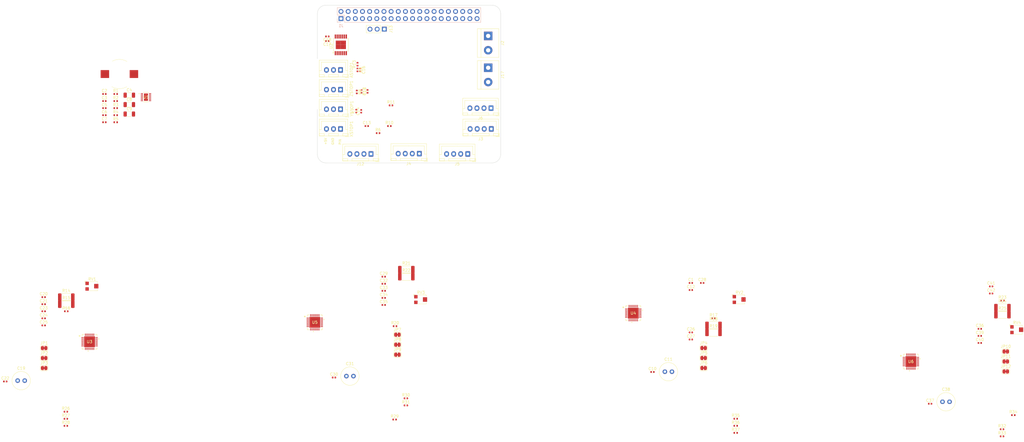
<source format=kicad_pcb>
(kicad_pcb (version 20240108) (generator "pcbnew") (generator_version "8.0")
  (title_block (date "15 nov 2012"))
  (layers (0 "F.Cu" signal) (31 "B.Cu" signal) (34 "B.Paste" user) (35 "F.Paste" user) (36 "B.SilkS" user "B.Silkscreen") (37 "F.SilkS" user "F.Silkscreen") (38 "B.Mask" user) (39 "F.Mask" user) (44 "Edge.Cuts" user))
  (net 0 "")
  (net 1 "GND")
  (net 2 "/GPIO2{slash}SDA1")
  (net 3 "/GPIO3{slash}SCL1")
  (net 4 "/GPIO4{slash}GPCLK0")
  (net 5 "/GPIO14{slash}TXD0")
  (net 6 "/GPIO15{slash}RXD0")
  (net 7 "/GPIO17")
  (net 8 "/GPIO18{slash}PCM.CLK")
  (net 9 "/GPIO27")
  (net 10 "/GPIO22")
  (net 11 "/GPIO23")
  (net 12 "/GPIO24")
  (net 13 "/GPIO10{slash}SPI0.MOSI")
  (net 14 "/GPIO9{slash}SPI0.MISO")
  (net 15 "/GPIO25")
  (net 16 "/GPIO11{slash}SPI0.SCLK")
  (net 17 "/GPIO8{slash}SPI0.CE0")
  (net 18 "/GPIO7{slash}SPI0.CE1")
  (net 19 "/ID_SDA")
  (net 20 "/ID_SCL")
  (net 21 "/GPIO5")
  (net 22 "/GPIO6")
  (net 23 "/GPIO12{slash}PWM0")
  (net 24 "/GPIO13{slash}PWM1")
  (net 25 "/GPIO19{slash}PCM.FS")
  (net 26 "/GPIO16")
  (net 27 "/GPIO26")
  (net 28 "/GPIO20{slash}PCM.DIN")
  (net 29 "/GPIO21{slash}PCM.DOUT")
  (net 30 "+5V")
  (net 31 "+3V3")
  (net 32 "Net-(ASTOP1-Pin_1)")
  (net 33 "Net-(U4-5VOUT)")
  (net 34 "Net-(U4-CPO)")
  (net 35 "Net-(U4-CPI)")
  (net 36 "VCC")
  (net 37 "Net-(XSTOP1-Pin_1)")
  (net 38 "Net-(YSTOP1-Pin_1)")
  (net 39 "Net-(ZSTOP1-Pin_1)")
  (net 40 "Net-(U3-5VOUT)")
  (net 41 "Net-(U3-CPI)")
  (net 42 "Net-(U3-CPO)")
  (net 43 "Net-(U3-VCP)")
  (net 44 "Net-(U4-VCP)")
  (net 45 "Net-(U5-5VOUT)")
  (net 46 "Net-(U5-CPI)")
  (net 47 "Net-(U5-CPO)")
  (net 48 "Net-(U5-VCP)")
  (net 49 "Net-(U6-5VOUT)")
  (net 50 "Net-(U6-CPO)")
  (net 51 "Net-(U6-CPI)")
  (net 52 "Net-(U6-VCP)")
  (net 53 "Net-(J3-Pin_2)")
  (net 54 "Net-(J3-Pin_4)")
  (net 55 "Net-(J3-Pin_1)")
  (net 56 "Net-(J3-Pin_3)")
  (net 57 "Net-(J4-Pin_3)")
  (net 58 "Net-(J4-Pin_1)")
  (net 59 "Net-(J4-Pin_2)")
  (net 60 "Net-(J4-Pin_4)")
  (net 61 "Net-(J5-Pin_3)")
  (net 62 "Net-(J5-Pin_2)")
  (net 63 "Net-(J5-Pin_4)")
  (net 64 "Net-(J5-Pin_1)")
  (net 65 "Net-(C6-Pad1)")
  (net 66 "Net-(U1-BOOT)")
  (net 67 "Net-(C7-Pad1)")
  (net 68 "Net-(U1-FB)")
  (net 69 "+3.3V")
  (net 70 "Net-(J12-Pin_2)")
  (net 71 "Net-(J12-Pin_3)")
  (net 72 "Net-(J12-Pin_4)")
  (net 73 "Net-(J12-Pin_1)")
  (net 74 "Net-(JP1-B)")
  (net 75 "Net-(JP2-B)")
  (net 76 "Net-(JP3-B)")
  (net 77 "Net-(JP4-B)")
  (net 78 "Net-(JP5-B)")
  (net 79 "Net-(JP6-B)")
  (net 80 "Net-(JP7-B)")
  (net 81 "Net-(JP8-B)")
  (net 82 "Net-(JP9-B)")
  (net 83 "Net-(JP10-B)")
  (net 84 "Net-(JP11-B)")
  (net 85 "Net-(JP12-B)")
  (net 86 "Net-(U1-PG)")
  (net 87 "Net-(U1-RT)")
  (net 88 "/Endstops/Stop X")
  (net 89 "/Endstops/Stop Y")
  (net 90 "/Endstops/Stop Z")
  (net 91 "/Endstops/Stop A")
  (net 92 "Net-(U3-BRB)")
  (net 93 "Net-(U3-BRA)")
  (net 94 "Net-(R16-Pad2)")
  (net 95 "Net-(R17-Pad2)")
  (net 96 "Net-(U4-BRB)")
  (net 97 "Net-(U4-BRA)")
  (net 98 "Net-(R20-Pad2)")
  (net 99 "Net-(U5-BRB)")
  (net 100 "Net-(U5-BRA)")
  (net 101 "Net-(R23-Pad2)")
  (net 102 "Net-(U6-BRB)")
  (net 103 "Net-(U6-BRA)")
  (net 104 "Net-(U3-VREF)")
  (net 105 "Net-(U4-VREF)")
  (net 106 "Net-(U5-VREF)")
  (net 107 "Net-(U6-VREF)")
  (net 124 "Net-(U3-DIR)")
  (net 125 "Net-(U3-STEP)")
  (net 126 "Net-(U3-ENN)")
  (net 127 "Net-(U5-DIR)")
  (net 128 "Net-(U5-STEP)")
  (net 129 "Net-(U5-ENN)")
  (net 130 "Net-(U6-DIR)")
  (net 131 "Net-(U6-STEP)")
  (net 132 "Net-(U6-ENN)")
  (net 133 "Net-(U4-DIR)")
  (net 134 "Net-(U4-STEP)")
  (net 135 "Net-(U4-ENN)")
  (footprint "Resistor_SMD:R_0402_1005Metric" (layer "F.Cu") (at 117.78 74.6 90)
    (property "Reference" "R12" (at 0 -1.17 90) (layer "F.SilkS"))
    (property "Value" "100 R")
    (pad "1" smd roundrect (at -0.51 0 90) (size 0.54 0.64) (layers "F.Cu" "F.Paste" "F.Mask") (net 39 "Net-(ZSTOP1-Pin_1)"))
    (pad "2" smd roundrect (at 0.51 0 90) (size 0.54 0.64) (layers "F.Cu" "F.Paste" "F.Mask") (net 90 "/Endstops/Stop Z"))
  )
  (footprint "Capacitor_SMD:C_0402_1005Metric" (layer "F.Cu") (at 339.005 146.385)
    (property "Reference" "C42" (at 0 -1.16 0) (layer "F.SilkS"))
    (property "Value" "0.1 uF")
    (pad "1" smd roundrect (at -0.48 0) (size 0.56 0.62) (layers "F.Cu" "F.Paste" "F.Mask") (net 36 "VCC"))
    (pad "2" smd roundrect (at 0.48 0) (size 0.56 0.62) (layers "F.Cu" "F.Paste" "F.Mask") (net 1 "GND"))
  )
  (footprint "Resistor_SMD:R_0402_1005Metric" (layer "F.Cu") (at 113.97 74.8032 -90)
    (property "Reference" "R8" (at 0 -1.17 -90) (layer "F.SilkS"))
    (property "Value" "100 K")
    (pad "1" smd roundrect (at -0.51 0 270) (size 0.54 0.64) (layers "F.Cu" "F.Paste" "F.Mask") (net 39 "Net-(ZSTOP1-Pin_1)"))
    (pad "2" smd roundrect (at 0.51 0 270) (size 0.54 0.64) (layers "F.Cu" "F.Paste" "F.Mask") (net 69 "+3.3V"))
  )
  (footprint "Resistor_SMD:R_0402_1005Metric" (layer "F.Cu") (at 248.4 190.865)
    (property "Reference" "R35" (at 0 -1.17 0) (layer "F.SilkS"))
    (property "Value" "100 R")
    (pad "1" smd roundrect (at -0.51 0) (size 0.54 0.64) (layers "F.Cu" "F.Paste" "F.Mask") (net 133 "Net-(U4-DIR)"))
    (pad "2" smd roundrect (at 0.51 0) (size 0.54 0.64) (layers "F.Cu" "F.Paste" "F.Mask") (net 14 "/GPIO9{slash}SPI0.MISO"))
  )
  (footprint "MountingHole:MountingHole_2.7mm_M2.5" (layer "F.Cu") (at 161.5 47.5)
    (property "Reference" "MH2" (hide yes))
    (property "Value" "MountingHole_2.7mm_M2.5" (hide yes))
    (pad "" np_thru_hole circle (at 0 0) (size 2.7 2.7) (drill 2.7) (layers "*.Cu" "*.Mask"))
  )
  (footprint "Jumper:SolderJumper-2_P1.3mm_Bridged_RoundedPad1.0x1.5mm" (layer "F.Cu") (at 3.06 169.325)
    (property "Reference" "JP2" (at 0 -1.8 0) (layer "F.SilkS"))
    (property "Value" "MS1")
    (fp_poly (pts (xy 0.25 -0.3) (xy -0.25 -0.3) (xy -0.25 0.3) (xy 0.25 0.3)) (fill solid) (layer "F.Cu"))
    (pad "1" smd custom (at -0.65 0) (size 1 0.5) (layers "F.Cu" "F.Mask") (net 69 "+3.3V") (options (clearance outline) (anchor rect)) (primitives (gr_circle (center 0 0.25) (end 0.5 0.25) (width 0) (fill yes)) (gr_circle (center 0 -0.25) (end 0.5 -0.25) (width 0) (fill yes)) (gr_poly (pts (xy 0.5 0.75) (xy 0 0.75) (xy 0 -0.75) (xy 0.5 -0.75)) (width 0) (fill yes))))
    (pad "2" smd custom (at 0.65 0) (size 1 0.5) (layers "F.Cu" "F.Mask") (net 75 "Net-(JP2-B)") (options (clearance outline) (anchor rect)) (primitives (gr_circle (center 0 0.25) (end 0.5 0.25) (width 0) (fill yes)) (gr_circle (center 0 -0.25) (end 0.5 -0.25) (width 0) (fill yes)) (gr_poly (pts (xy 0 0.75) (xy -0.5 0.75) (xy -0.5 -0.75) (xy 0 -0.75)) (width 0) (fill yes))))
  )
  (footprint "Resistor_SMD:R_2010_5025Metric" (layer "F.Cu") (at 240.52 157.705)
    (property "Reference" "R18" (at 0 -2.28 0) (layer "F.SilkS"))
    (property "Value" "110 mR")
    (pad "1" smd roundrect (at -2.3125 0) (size 1.225 2.65) (layers "F.Cu" "F.Paste" "F.Mask") (roundrect_rratio 0.204082) (net 96 "Net-(U4-BRB)"))
    (pad "2" smd roundrect (at 2.3125 0) (size 1.225 2.65) (layers "F.Cu" "F.Paste" "F.Mask") (roundrect_rratio 0.204082) (net 1 "GND"))
  )
  (footprint "TerminalBlock:TerminalBlock_bornier-2_P5.08mm" (layer "F.Cu") (at 160.579 66.218 -90)
    (property "Reference" "J17" (at 2.54 -5.08 90) (layer "F.SilkS"))
    (property "Value" "Screw_Terminal_01x02")
    (pad "1" thru_hole rect (at 0 0 270) (size 3 3) (drill 1.52) (layers "*.Cu" "*.Mask") (net 1 "GND"))
    (pad "2" thru_hole circle (at 5.08 0 270) (size 3 3) (drill 1.52) (layers "*.Cu" "*.Mask") (net 30 "+5V"))
  )
  (footprint "Capacitor_SMD:C_0402_1005Metric" (layer "F.Cu") (at 24.436 75.529)
    (property "Reference" "C2" (at 0 -1.16 0) (layer "F.SilkS"))
    (property "Value" "10 uF")
    (pad "1" smd roundrect (at -0.48 0) (size 0.56 0.62) (layers "F.Cu" "F.Paste" "F.Mask") (net 36 "VCC"))
    (pad "2" smd roundrect (at 0.48 0) (size 0.56 0.62) (layers "F.Cu" "F.Paste" "F.Mask") (net 1 "GND"))
  )
  (footprint "Resistor_SMD:R_2010_5025Metric" (layer "F.Cu") (at 131.545 140.42)
    (property "Reference" "R22" (at 0 -2.28 0) (layer "F.SilkS"))
    (property "Value" "110 mR")
    (pad "1" smd roundrect (at -2.3125 0) (size 1.225 2.65) (layers "F.Cu" "F.Paste" "F.Mask") (roundrect_rratio 0.204082) (net 100 "Net-(U5-BRA)"))
    (pad "2" smd roundrect (at 2.3125 0) (size 1.225 2.65) (layers "F.Cu" "F.Paste" "F.Mask") (roundrect_rratio 0.204082) (net 1 "GND"))
  )
  (footprint "Capacitor_SMD:C_0402_1005Metric" (layer "F.Cu") (at 24.436 78.039)
    (property "Reference" "C3" (at 0 -1.16 0) (layer "F.SilkS"))
    (property "Value" "1 uF")
    (pad "1" smd roundrect (at -0.48 0) (size 0.56 0.62) (layers "F.Cu" "F.Paste" "F.Mask") (net 36 "VCC"))
    (pad "2" smd roundrect (at 0.48 0) (size 0.56 0.62) (layers "F.Cu" "F.Paste" "F.Mask") (net 1 "GND"))
  )
  (footprint "Jumper:SolderJumper-2_P1.3mm_Bridged_RoundedPad1.0x1.5mm" (layer "F.Cu") (at 344.205 174.085)
    (property "Reference" "JP12" (at 0 -1.8 0) (layer "F.SilkS"))
    (property "Value" "SPREADCYCLE")
    (fp_poly (pts (xy 0.25 -0.3) (xy -0.25 -0.3) (xy -0.25 0.3) (xy 0.25 0.3)) (fill solid) (layer "F.Cu"))
    (pad "1" smd custom (at -0.65 0) (size 1 0.5) (layers "F.Cu" "F.Mask") (net 1 "GND") (options (clearance outline) (anchor rect)) (primitives (gr_circle (center 0 0.25) (end 0.5 0.25) (width 0) (fill yes)) (gr_circle (center 0 -0.25) (end 0.5 -0.25) (width 0) (fill yes)) (gr_poly (pts (xy 0.5 0.75) (xy 0 0.75) (xy 0 -0.75) (xy 0.5 -0.75)) (width 0) (fill yes))))
    (pad "2" smd custom (at 0.65 0) (size 1 0.5) (layers "F.Cu" "F.Mask") (net 85 "Net-(JP12-B)") (options (clearance outline) (anchor rect)) (primitives (gr_circle (center 0 0.25) (end 0.5 0.25) (width 0) (fill yes)) (gr_circle (center 0 -0.25) (end 0.5 -0.25) (width 0) (fill yes)) (gr_poly (pts (xy 0 0.75) (xy -0.5 0.75) (xy -0.5 -0.75) (xy 0 -0.75)) (width 0) (fill yes))))
  )
  (footprint "Resistor_SMD:R_0402_1005Metric" (layer "F.Cu") (at 346.885 189.585)
    (property "Reference" "R34" (at 0 -1.17 0) (layer "F.SilkS"))
    (property "Value" "100 R")
    (pad "1" smd roundrect (at -0.51 0) (size 0.54 0.64) (layers "F.Cu" "F.Paste" "F.Mask") (net 132 "Net-(U6-ENN)"))
    (pad "2" smd roundrect (at 0.51 0) (size 0.54 0.64) (layers "F.Cu" "F.Paste" "F.Mask") (net 24 "/GPIO13{slash}PWM1"))
  )
  (footprint "Potentiometer_SMD:Potentiometer_Bourns_TC33X_Vertical" (layer "F.Cu") (at 136.725 148.53)
    (property "Reference" "RV3" (at 0 -2.5 0) (layer "F.SilkS"))
    (property "Value" "100K")
    (pad "1" smd rect (at -1.8 -1) (size 1.2 1.2) (layers "F.Cu" "F.Paste" "F.Mask") (net 1 "GND"))
    (pad "2" smd rect (at 1.45 0) (size 1.5 1.6) (layers "F.Cu" "F.Paste" "F.Mask") (net 106 "Net-(U5-VREF)"))
    (pad "3" smd rect (at -1.8 1) (size 1.2 1.2) (layers "F.Cu" "F.Paste" "F.Mask") (net 98 "Net-(R20-Pad2)"))
  )
  (footprint "Connector_JST:JST_XH_B3B-XH-A_1x03_P2.50mm_Vertical" (layer "F.Cu") (at 108.215 66.997 180)
    (property "Reference" "ASTOP1" (at -3.89 0 90) (layer "F.SilkS"))
    (property "Value" "Conn_01x03_Pin")
    (pad "1" thru_hole roundrect (at 0 0 180) (size 1.7 1.95) (drill 0.95) (layers "*.Cu" "*.Mask") (roundrect_rratio 0.147059) (net 32 "Net-(ASTOP1-Pin_1)"))
    (pad "2" thru_hole oval (at 2.5 0 180) (size 1.7 1.95) (drill 0.95) (layers "*.Cu" "*.Mask") (net 1 "GND"))
    (pad "3" thru_hole oval (at 5 0 180) (size 1.7 1.95) (drill 0.95) (layers "*.Cu" "*.Mask") (net 30 "+5V"))
  )
  (footprint "Capacitor_SMD:C_0402_1005Metric" (layer "F.Cu") (at 334.995 158.935)
    (property "Reference" "C36" (at 0 -1.16 0) (layer "F.SilkS"))
    (property "Value" "0.1 uF")
    (pad "1" smd roundrect (at -0.48 0) (size 0.56 0.62) (layers "F.Cu" "F.Paste" "F.Mask") (net 49 "Net-(U6-5VOUT)"))
    (pad "2" smd roundrect (at 0.48 0) (size 0.56 0.62) (layers "F.Cu" "F.Paste" "F.Mask") (net 1 "GND"))
  )
  (footprint "Jumper:SolderJumper-2_P1.3mm_Bridged_RoundedPad1.0x1.5mm" (layer "F.Cu") (at 128.385 161.02)
    (property "Reference" "JP7" (at 0 -1.8 0) (layer "F.SilkS"))
    (property "Value" "MS1")
    (fp_poly (pts (xy 0.25 -0.3) (xy -0.25 -0.3) (xy -0.25 0.3) (xy 0.25 0.3)) (fill solid) (layer "F.Cu"))
    (pad "1" smd custom (at -0.65 0) (size 1 0.5) (layers "F.Cu" "F.Mask") (net 69 "+3.3V") (options (clearance outline) (anchor rect)) (primitives (gr_circle (center 0 0.25) (end 0.5 0.25) (width 0) (fill yes)) (gr_circle (center 0 -0.25) (end 0.5 -0.25) (width 0) (fill yes)) (gr_poly (pts (xy 0.5 0.75) (xy 0 0.75) (xy 0 -0.75) (xy 0.5 -0.75)) (width 0) (fill yes))))
    (pad "2" smd custom (at 0.65 0) (size 1 0.5) (layers "F.Cu" "F.Mask") (net 80 "Net-(JP7-B)") (options (clearance outline) (anchor rect)) (primitives (gr_circle (center 0 0.25) (end 0.5 0.25) (width 0) (fill yes)) (gr_circle (center 0 -0.25) (end 0.5 -0.25) (width 0) (fill yes)) (gr_poly (pts (xy 0 0.75) (xy -0.5 0.75) (xy -0.5 -0.75) (xy 0 -0.75)) (width 0) (fill yes))))
  )
  (footprint "Resistor_SMD:R_2010_5025Metric" (layer "F.Cu") (at 343.015 151.405)
    (property "Reference" "R24" (at 0 -2.28 0) (layer "F.SilkS"))
    (property "Value" "110 mR")
    (pad "1" smd roundrect (at -2.3125 0) (size 1.225 2.65) (layers "F.Cu" "F.Paste" "F.Mask") (roundrect_rratio 0.204082) (net 102 "Net-(U6-BRB)"))
    (pad "2" smd roundrect (at 2.3125 0) (size 1.225 2.65) (layers "F.Cu" "F.Paste" "F.Mask") (roundrect_rratio 0.204082) (net 1 "GND"))
  )
  (footprint "Capacitor_SMD:C_0402_1005Metric" (layer "F.Cu") (at 2.89 147.685)
    (property "Reference" "C20" (at 0 -1.16 0) (layer "F.SilkS"))
    (property "Value" "0.1 uF")
    (pad "1" smd roundrect (at -0.48 0) (size 0.56 0.62) (layers "F.Cu" "F.Paste" "F.Mask") (net 36 "VCC"))
    (pad "2" smd roundrect (at 0.48 0) (size 0.56 0.62) (layers "F.Cu" "F.Paste" "F.Mask") (net 1 "GND"))
  )
  (footprint "Resistor_SMD:R_0402_1005Metric" (layer "F.Cu") (at 114.224 64.95 90)
    (property "Reference" "R13" (at 0 -1.17 90) (layer "F.SilkS"))
    (property "Value" "100 R")
    (pad "1" smd roundrect (at -0.51 0 90) (size 0.54 0.64) (layers "F.Cu" "F.Paste" "F.Mask") (net 32 "Net-(ASTOP1-Pin_1)"))
    (pad "2" smd roundrect (at 0.51 0 90) (size 0.54 0.64) (layers "F.Cu" "F.Paste" "F.Mask") (net 91 "/Endstops/Stop A"))
  )
  (footprint "Capacitor_SMD:C_0402_1005Metric" (layer "F.Cu") (at 123.525 150.46)
    (property "Reference" "C35" (at 0 -1.16 0) (layer "F.SilkS"))
    (property "Value" "0.1 uF")
    (pad "1" smd roundrect (at -0.48 0) (size 0.56 0.62) (layers "F.Cu" "F.Paste" "F.Mask") (net 36 "VCC"))
    (pad "2" smd roundrect (at 0.48 0) (size 0.56 0.62) (layers "F.Cu" "F.Paste" "F.Mask") (net 1 "GND"))
  )
  (footprint "Capacitor_SMD:C_0402_1005Metric" (layer "F.Cu") (at 24.436 85.569)
    (property "Reference" "C7" (at 0 -1.16 0) (layer "F.SilkS"))
    (property "Value" "33 pF")
    (pad "1" smd roundrect (at -0.48 0) (size 0.56 0.62) (layers "F.Cu" "F.Paste" "F.Mask") (net 67 "Net-(C7-Pad1)"))
    (pad "2" smd roundrect (at 0.48 0) (size 0.56 0.62) (layers "F.Cu" "F.Paste" "F.Mask") (net 1 "GND"))
  )
  (footprint "Capacitor_THT:C_Radial_D6.3mm_H11.0mm_P2.50mm" (layer "F.Cu") (at -6.34 177.335)
    (property "Reference" "C19" (at 1.25 -4.4 0) (layer "F.SilkS"))
    (property "Value" "100 uF")
    (pad "1" thru_hole circle (at 0 0) (size 1.6 1.6) (drill 0.8) (layers "*.Cu" "*.Mask") (net 36 "VCC"))
    (pad "2" thru_hole circle (at 2.5 0) (size 1.6 1.6) (drill 0.8) (layers "*.Cu" "*.Mask") (net 1 "GND"))
  )
  (footprint "Capacitor_SMD:C_0402_1005Metric" (layer "F.Cu") (at 24.436 80.549)
    (property "Reference" "C5" (at 0 -1.16 0) (layer "F.SilkS"))
    (property "Value" "0.1uF")
    (pad "1" smd roundrect (at -0.48 0) (size 0.56 0.62) (layers "F.Cu" "F.Paste" "F.Mask") (net 36 "VCC"))
    (pad "2" smd roundrect (at 0.48 0) (size 0.56 0.62) (layers "F.Cu" "F.Paste" "F.Mask") (net 1 "GND"))
  )
  (footprint "Potentiometer_SMD:Potentiometer_Bourns_TC33X_Vertical" (layer "F.Cu") (at 249.71 148.515)
    (property "Reference" "RV2" (at 0 -2.5 0) (layer "F.SilkS"))
    (property "Value" "100K")
    (pad "1" smd rect (at -1.8 -1) (size 1.2 1.2) (layers "F.Cu" "F.Paste" "F.Mask") (net 1 "GND"))
    (pad "2" smd rect (at 1.45 0) (size 1.5 1.6) (layers "F.Cu" "F.Paste" "F.Mask") (net 105 "Net-(U4-VREF)"))
    (pad "3" smd rect (at -1.8 1) (size 1.2 1.2) (layers "F.Cu" "F.Paste" "F.Mask") (net 95 "Net-(R17-Pad2)"))
  )
  (footprint "Resistor_SMD:R_2010_5025Metric" (layer "F.Cu") (at 343.015 153.915)
    (property "Reference" "R25" (at 0 -2.28 0) (layer "F.SilkS"))
    (property "Value" "110 mR")
    (pad "1" smd roundrect (at -2.3125 0) (size 1.225 2.65) (layers "F.Cu" "F.Paste" "F.Mask") (roundrect_rratio 0.204082) (net 103 "Net-(U6-BRA)"))
    (pad "2" smd roundrect (at 2.3125 0) (size 1.225 2.65) (layers "F.Cu" "F.Paste" "F.Mask") (roundrect_rratio 0.204082) (net 1 "GND"))
  )
  (footprint "Capacitor_SMD:C_0402_1005Metric" (layer "F.Cu") (at 117.513 86.919)
    (property "Reference" "C13" (at 0 -1.16 0) (layer "F.SilkS"))
    (property "Value" "0.1uF")
    (pad "1" smd roundrect (at -0.48 0) (size 0.56 0.62) (layers "F.Cu" "F.Paste" "F.Mask") (net 37 "Net-(XSTOP1-Pin_1)"))
    (pad "2" smd roundrect (at 0.48 0) (size 0.56 0.62) (layers "F.Cu" "F.Paste" "F.Mask") (net 1 "GND"))
  )
  (footprint "Resistor_SMD:R_0402_1005Metric" (layer "F.Cu") (at 28.446 85.569)
    (property "Reference" "R5" (at 0 -1.17 0) (layer "F.SilkS"))
    (property "Value" "14.7 kR")
    (pad "1" smd roundrect (at -0.51 0) (size 0.54 0.64) (layers "F.Cu" "F.Paste" "F.Mask") (net 87 "Net-(U1-RT)"))
    (pad "2" smd roundrect (at 0.51 0) (size 0.54 0.64) (layers "F.Cu" "F.Paste" "F.Mask") (net 1 "GND"))
  )
  (footprint "Capacitor_SMD:C_1206_3216Metric" (layer "F.Cu") (at 33.276 79.299)
    (property "Reference" "C8" (at 0 -1.85 0) (layer "F.SilkS"))
    (property "Value" "47 uF")
    (pad "1" smd roundrect (at -1.475 0) (size 1.15 1.8) (layers "F.Cu" "F.Paste" "F.Mask") (roundrect_rratio 0.217391) (net 30 "+5V"))
    (pad "2" smd roundrect (at 1.475 0) (size 1.15 1.8) (layers "F.Cu" "F.Paste" "F.Mask") (roundrect_rratio 0.217391) (net 1 "GND"))
  )
  (footprint "Resistor_SMD:R_0402_1005Metric" (layer "F.Cu") (at 342.875 194.605)
    (property "Reference" "R32" (at 0 -1.17 0) (layer "F.SilkS"))
    (property "Value" "100 R")
    (pad "1" smd roundrect (at -0.51 0) (size 0.54 0.64) (layers "F.Cu" "F.Paste" "F.Mask") (net 130 "Net-(U6-DIR)"))
    (pad "2" smd roundrect (at 0.51 0) (size 0.54 0.64) (layers "F.Cu" "F.Paste" "F.Mask") (net 21 "/GPIO5"))
  )
  (footprint "Resistor_SMD:R_0402_1005Metric" (layer "F.Cu") (at 113.8176 81.6104 90)
    (property "Reference" "R7" (at 0 -1.17 90) (layer "F.SilkS"))
    (property "Value" "100 K")
    (pad "1" smd roundrect (at -0.51 0 90) (size 0.54 0.64) (layers "F.Cu" "F.Paste" "F.Mask") (net 38 "Net-(YSTOP1-Pin_1)"))
    (pad "2" smd roundrect (at 0.51 0 90) (size 0.54 0.64) (layers "F.Cu" "F.Paste" "F.Mask") (net 69 "+3.3V"))
  )
  (footprint "Capacitor_SMD:C_1206_3216Metric" (layer "F.Cu") (at 33.276 82.649)
    (property "Reference" "C9" (at 0 -1.85 0) (layer "F.SilkS"))
    (property "Value" "47 uF")
    (pad "1" smd roundrect (at -1.475 0) (size 1.15 1.8) (layers "F.Cu" "F.Paste" "F.Mask") (roundrect_rratio 0.217391) (net 30 "+5V"))
    (pad "2" smd roundrect (at 1.475 0) (size 1.15 1.8) (layers "F.Cu" "F.Paste" "F.Mask") (roundrect_rratio 0.217391) (net 1 "GND"))
  )
  (footprint "Connector_JST:JST_XH_B4B-XH-A_1x04_P2.50mm_Vertical" (layer "F.Cu") (at 153.34 96.825 180)
    (property "Reference" "J5" (at 3.75 -3.55 0) (layer "F.SilkS"))
    (property "Value" "Conn_01x04_Pin")
    (pad "1" thru_hole roundrect (at 0 0 180) (size 1.7 1.95) (drill 0.95) (layers "*.Cu" "*.Mask") (roundrect_rratio 0.147059) (net 64 "Net-(J5-Pin_1)"))
    (pad "2" thru_hole oval (at 2.5 0 180) (size 1.7 1.95) (drill 0.95) (layers "*.Cu" "*.Mask") (net 62 "Net-(J5-Pin_2)"))
    (pad "3" thru_hole oval (at 5 0 180) (size 1.7 1.95) (drill 0.95) (layers "*.Cu" "*.Mask") (net 61 "Net-(J5-Pin_3)"))
    (pad "4" thru_hole oval (at 7.5 0 180) (size 1.7 1.95) (drill 0.95) (layers "*.Cu" "*.Mask") (net 63 "Net-(J5-Pin_4)"))
  )
  (footprint "Resistor_SMD:R_2010_5025Metric" (layer "F.Cu") (at 131.545 137.91)
    (property "Reference" "R21" (at 0 -2.28 0) (layer "F.SilkS"))
    (property "Value" "110 mR")
    (pad "1" smd roundrect (at -2.3125 0) (size 1.225 2.65) (layers "F.Cu" "F.Paste" "F.Mask") (roundrect_rratio 0.204082) (net 99 "Net-(U5-BRB)"))
    (pad "2" smd roundrect (at 2.3125 0) (size 1.225 2.65) (layers "F.Cu" "F.Paste" "F.Mask") (roundrect_rratio 0.204082) (net 1 "GND"))
  )
  (footprint "Resistor_SMD:R_0402_1005Metric" (layer "F.Cu") (at 248.4 195.885)
    (property "Reference" "R37" (at 0 -1.17 0) (layer "F.SilkS"))
    (property "Value" "100 R")
    (pad "1" smd roundrect (at -0.51 0) (size 0.54 0.64) (layers "F.Cu" "F.Paste" "F.Mask") (net 135 "Net-(U4-ENN)"))
    (pad "2" smd roundrect (at 0.51 0) (size 0.54 0.64) (layers "F.Cu" "F.Paste" "F.Mask") (net 13 "/GPIO10{slash}SPI0.MOSI"))
  )
  (footprint "Resistor_SMD:R_0402_1005Metric" (layer "F.Cu") (at 131.405 186.13)
    (property "Reference" "R31" (at 0 -1.17 0) (layer "F.SilkS"))
    (property "Value" "100 R")
    (pad "1" smd roundrect (at -0.51 0) (size 0.54 0.64) (layers "F.Cu" "F.Paste" "F.Mask") (net 129 "Net-(U5-ENN)"))
    (pad "2" smd roundrect (at 0.51 0) (size 0.54 0.64) (layers "F.Cu" "F.Paste" "F.Mask") (net 7 "/GPIO17"))
  )
  (footprint "Resistor_SMD:R_0402_1005Metric" (layer "F.Cu") (at 342.875 197.115)
    (property "Reference" "R33" (at 0 -1.17 0) (layer "F.SilkS"))
    (property "Value" "100 R")
    (pad "1" smd roundrect (at -0.51 0) (size 0.54 0.64) (layers "F.Cu" "F.Paste" "F.Mask") (net 131 "Net-(U6-STEP)"))
    (pad "2" smd roundrect (at 0.51 0) (size 0.54 0.64) (layers "F.Cu" "F.Paste" "F.Mask") (net 22 "/GPIO6"))
  )
  (footprint "Capacitor_SMD:C_0402_1005Metric" (layer "F.Cu") (at 2.89 152.705)
    (property "Reference" "C23" (at 0 -1.16 0) (layer "F.SilkS"))
    (property "Value" "0.1 uF")
    (pad "1" smd roundrect (at -0.48 0) (size 0.56 0.62) (layers "F.Cu" "F.Paste" "F.Mask") (net 40 "Net-(U3-5VOUT)"))
    (pad "2" smd roundrect (at 0.48 0) (size 0.56 0.62) (layers "F.Cu" "F.Paste" "F.Mask") (net 1 "GND"))
  )
  (footprint "Resistor_SMD:R_0402_1005Metric" (layer "F.Cu") (at 343.015 148.895)
    (property "Reference" "R23" (at 0 -1.17 0) (layer "F.SilkS"))
    (property "Value" "100 K")
    (pad "1" smd roundrect (at -0.51 0) (size 0.54 0.64) (layers "F.Cu" "F.Paste" "F.Mask") (net 49 "Net-(U6-5VOUT)"))
    (pad "2" smd roundrect (at 0.51 0) (size 0.54 0.64) (layers "F.Cu" "F.Paste" "F.Mask") (net 101 "Net-(R23-Pad2)"))
  )
  (footprint "Resistor_SMD:R_2010_5025Metric" (layer "F.Cu") (at 10.91 150.195)
    (property "Reference" "R15" (at 0 -2.28 0) (layer "F.SilkS"))
    (property "Value" "110 mR")
    (pad "1" smd roundrect (at -2.3125 0) (size 1.225 2.65) (layers "F.Cu" "F.Paste" "F.Mask") (roundrect_rratio 0.204082) (net 93 "Net-(U3-BRA)"))
    (pad "2" smd roundrect (at 2.3125 0) (size 1.225 2.65) (layers "F.Cu" "F.Paste" "F.Mask") (roundrect_rratio 0.204082) (net 1 "GND"))
  )
  (footprint "Capacitor_SMD:C_0402_1005Metric" (layer "F.Cu") (at 339.005 143.875)
    (property "Reference" "C41" (at 0 -1.16 0) (layer "F.SilkS"))
    (property "Value" "0.1 uF")
    (pad "1" smd roundrect (at -0.48 0) (size 0.56 0.62) (layers "F.Cu" "F.Paste" "F.Mask") (net 36 "VCC"))
    (pad "2" smd roundrect (at 0.48 0) (size 0.56 0.62) (layers "F.Cu" "F.Paste" "F.Mask") (net 52 "Net-(U6-VCP)"))
  )
  (footprint "Resistor_SMD:R_0402_1005Metric" (layer "F.Cu") (at 10.77 188.375)
    (property "Reference" "R26" (at 0 -1.17 0) (layer "F.SilkS"))
    (property "Value" "100 R")
    (pad "1" smd roundrect (at -0.51 0) (size 0.54 0.64) (layers "F.Cu" "F.Paste" "F.Mask") (net 124 "Net-(U3-DIR)"))
    (pad "2" smd roundrect (at 0.51 0) (size 0.54 0.64) (layers "F.Cu" "F.Paste" "F.Mask") (net 3 "/GPIO3{slash}SCL1"))
  )
  (footprint "Resistor_SMD:R_0402_1005Metric" (layer "F.Cu") (at 121.523 89.429)
    (property "Reference" "R6" (at 0 -1.17 0) (layer "F.SilkS"))
    (property "Value" "100 K")
    (pad "1" smd roundrect (at -0.51 0) (size 0.54 0.64) (layers "F.Cu" "F.Paste" "F.Mask") (net 37 "Net-(XSTOP1-Pin_1)"))
    (pad "2" smd roundrect (at 0.51 0) (size 0.54 0.64) (layers "F.Cu" "F.Paste" "F.Mask") (net 69 "+3.3V"))
  )
  (footprint "Resistor_SMD:R_0402_1005Metric" (layer "F.Cu") (at 127.535 157.99)
    (property "Reference" "R20" (at 0 -1.17 0) (layer "F.SilkS"))
    (property "Value" "100 K")
    (pad "1" smd roundrect (at -0.51 0) (size 0.54 0.64) (layers "F.Cu" "F.Paste" "F.Mask") (net 45 "Net-(U5-5VOUT)"))
    (pad "2" smd roundrect (at 0.51 0) (size 0.54 0.64) (layers "F.Cu" "F.Paste" "F.Mask") (net 98 "Net-(R20-Pad2)"))
  )
  (footprint "rephat-parts:QFN28_5X5_TRI-M" (layer "F.Cu") (at 19.1645 163.515999)
    (property "Reference" "U3" (at 0 0 0) (layer "F.SilkS"))
    (property "Value" "TMC2209-LA")
    (fp_text user "*" (at -3.5433 -1.75 0) (layer "F.SilkS"))
    (fp_text user "*" (at -3.5433 -1.75 0) (layer "F.SilkS"))
    (pad "1" smd rect (at -2.4765 -1.5 90) (size 0.254 0.8636) (layers "F.Cu" "F.Paste" "F.Mask") (net 72 "Net-(J12-Pin_4)"))
    (pad "2" smd rect (at -2.4765 -1.000001 90) (size 0.254 0.8636) (layers "F.Cu" "F.Paste" "F.Mask") (net 126 "Net-(U3-ENN)"))
    (pad "3" smd rect (at -2.4765 -0.499999 90) (size 0.254 0.8636) (layers "F.Cu" "F.Paste" "F.Mask") (net 1 "GND"))
    (pad "4" smd rect (at -2.4765 0 90) (size 0.254 0.8636) (layers "F.Cu" "F.Paste" "F.Mask") (net 42 "Net-(U3-CPO)"))
    (pad "5" smd rect (at -2.4765 0.499999 90) (size 0.254 0.8636) (layers "F.Cu" "F.Paste" "F.Mask") (net 41 "Net-(U3-CPI)"))
    (pad "6" smd rect (at -2.4765 1.000001 90) (size 0.254 0.8636) (layers "F.Cu" "F.Paste" "F.Mask") (net 43 "Net-(U3-VCP)"))
    (pad "7" smd rect (at -2.4765 1.5 90) (size 0.254 0.8636) (layers "F.Cu" "F.Paste" "F.Mask") (net 74 "Net-(JP1-B)"))
    (pad "8" smd rect (at -1.5 2.4765) (size 0.254 0.8636) (layers "F.Cu" "F.Paste" "F.Mask") (net 40 "Net-(U3-5VOUT)"))
    (pad "9" smd rect (at -1.000001 2.4765) (size 0.254 0.8636) (layers "F.Cu" "F.Paste" "F.Mask") (net 75 "Net-(JP2-B)"))
    (pad "10" smd rect (at -0.499999 2.4765) (size 0.254 0.8636) (layers "F.Cu" "F.Paste" "F.Mask") (net 76 "Net-(JP3-B)"))
    (pad "11" smd rect (at 0 2.4765) (size 0.254 0.8636) (layers "F.Cu" "F.Paste" "F.Mask"))
    (pad "12" smd rect (at 0.499999 2.4765) (size 0.254 0.8636) (layers "F.Cu" "F.Paste" "F.Mask"))
    (pad "13" smd rect (at 1.000001 2.4765) (size 0.254 0.8636) (layers "F.Cu" "F.Paste" "F.Mask") (net 1 "GND"))
    (pad "14" smd rect (at 1.5 2.4765) (size 0.254 0.8636) (layers "F.Cu" "F.Paste" "F.Mask") (net 69 "+3.3V"))
    (pad "15" smd rect (at 2.4765 1.5 90) (size 0.254 0.8636) (layers "F.Cu" "F.Paste" "F.Mask") (net 69 "+3.3V"))
    (pad "16" smd rect (at 2.4765 1.000001 90) (size 0.254 0.8636) (layers "F.Cu" "F.Paste" "F.Mask") (net 125 "Net-(U3-STEP)"))
    (pad "17" smd rect (at 2.4765 0.499999 90) (size 0.254 0.8636) (layers "F.Cu" "F.Paste" "F.Mask") (net 104 "Net-(U3-VREF)"))
    (pad "18" smd rect (at 2.4765 0 90) (size 0.254 0.8636) (layers "F.Cu" "F.Paste" "F.Mask") (net 1 "GND"))
    (pad "19" smd rect (at 2.4765 -0.499999 90) (size 0.254 0.8636) (layers "F.Cu" "F.Paste" "F.Mask") (net 124 "Net-(U3-DIR)"))
    (pad "20" smd rect (at 2.4765 -1.000001 90) (size 0.254 0.8636) (layers "F.Cu" "F.Paste" "F.Mask") (net 1 "GND"))
    (pad "21" smd rect (at 2.4765 -1.5 90) (size 0.254 0.8636) (layers "F.Cu" "F.Paste" "F.Mask") (net 73 "Net-(J12-Pin_1)"))
    (pad "22" smd rect (at 1.5 -2.4765) (size 0.254 0.8636) (layers "F.Cu" "F.Paste" "F.Mask") (net 36 "VCC"))
    (pad "23" smd rect (at 1.000001 -2.4765) (size 0.254 0.8636) (layers "F.Cu" "F.Paste" "F.Mask") (net 93 "Net-(U3-BRA)"))
    (pad "24" smd rect (at 0.499999 -2.4765) (size 0.254 0.8636) (layers "F.Cu" "F.Paste" "F.Mask") (net 70 "Net-(J12-Pin_2)"))
    (pad "25" smd rect (at 0 -2.4765) (size 0.254 0.8636) (layers "F.Cu" "F.Paste" "F.Mask"))
    (pad "26" smd rect (at -0.499999 -2.4765) (size 0.254 0.8636) (layers "F.Cu" "F.Paste" "F.Mask") (net 71 "Net-(J12-Pin_3)"))
    (pad "27" smd rect (at -1.000001 -2.4765) (size 0.254 0.8636) (layers "F.Cu" "F.Paste" "F.Mask") (net 92 "Net-(U3-BRB)"))
    (pad "28" smd rect (at -1.5 -2.4765) (size 0.254 0.8636) (layers "F.Cu" "F.Paste" "F.Mask") (net 36 "VCC"))
    (pad "29" smd rect (at 0 0) (size 3.81 3.81) (layers "F.Cu" "F.Paste" "F.Mask") (net 1 "GND"))
  )
  (footprint "Connector_JST:JST_XH_B3B-XH-A_1x03_P2.50mm_Vertical" (layer "F.Cu") (at 108.215 87.952 180)
    (property "Reference" "XSTOP1" (at -3.89 0 90) (layer "F.SilkS"))
    (property "Value" "Conn_01x03_Pin")
    (pad "1" thru_hole roundrect (at 0 0 180) (size 1.7 1.95) (drill 0.95) (layers "*.Cu" "*.Mask") (roundrect_rratio 0.147059) (net 37 "Net-(XSTOP1-Pin_1)"))
    (pad "2" thru_hole oval (at 2.5 0 180) (size 1.7 1.95) (drill 0.95) (layers "*.Cu" "*.Mask") (net 1 "GND"))
    (pad "3" thru_hole oval (at 5 0 180) (size 1.7 1.95) (drill 0.95) (layers "*.Cu" "*.Mask") (net 30 "+5V"))
  )
  (footprint "Capacitor_SMD:C_0402_1005Metric" (layer "F.Cu") (at 123.525 145.44)
    (property "Reference" "C33" (at 0 -1.16 0) (layer "F.SilkS"))
    (property "Value" "0.1 uF")
    (pad "1" smd roundrect (at -0.48 0) (size 0.56 0.62) (layers "F.Cu" "F.Paste" "F.Mask") (net 36 "VCC"))
    (pad "2" smd roundrect (at 0.48 0) (size 0.56 0.62) (layers "F.Cu" "F.Paste" "F.Mask") (net 1 "GND"))
  )
  (footprint "Capacitor_SMD:C_0402_1005Metric" (layer "F.Cu") (at 123.525 147.95)
    (property "Reference" "C34" (at 0 -1.16 0) (layer "F.SilkS"))
    (property "Value" "0.1 uF")
    (pad "1" smd roundrect (at -0.48 0) (size 0.56 0.62) (layers "F.Cu" "F.Paste" "F.Mask") (net 36 "VCC"))
    (pad "2" smd roundrect (at 0.48 0) (size 0.56 0.62) (layers "F.Cu" "F.Paste" "F.Mask") (net 48 "Net-(U5-VCP)"))
  )
  (footprint "Capacitor_SMD:C_0402_1005Metric" (layer "F.Cu") (at 232.5 162.725)
    (property "Reference" "C27" (at 0 -1.16 0) (layer "F.SilkS"))
    (property "Value" "0.1 uF")
    (pad "1" smd roundrect (at -0.48 0) (size 0.56 0.62) (layers "F.Cu" "F.Paste" "F.Mask") (net 36 "VCC"))
    (pad "2" smd roundrect (at 0.48 0) (size 0.56 0.62) (layers "F.Cu" "F.Paste" "F.Mask") (net 44 "Net-(U4-VCP)"))
  )
  (footprint "Capacitor_SMD:C_0402_1005Metric" (layer "F.Cu") (at 334.995 163.955)
    (property "Reference" "C40" (at 0 -1.16 0) (layer "F.SilkS"))
    (property "Value" "0.1 uF")
    (pad "1" smd roundrect (at -0.48 0) (size 0.56 0.62) (layers "F.Cu" "F.Paste" "F.Mask") (net 36 "VCC"))
    (pad "2" smd roundrect (at 0.48 0) (size 0.56 0.62) (layers "F.Cu" "F.Paste" "F.Mask") (net 1 "GND"))
  )
  (footprint "Capacitor_SMD:C_0402_1005Metric" (layer "F.Cu") (at 2.89 150.195)
    (property "Reference" "C21" (at 0 -1.16 0) (layer "F.SilkS"))
    (property "Value" "0.1 uF")
    (pad "1" smd roundrect (at -0.48 0) (size 0.56 0.62) (layers "F.Cu" "F.Paste" "F.Mask") (net 36 "VCC"))
    (pad "2" smd roundrect (at 0.48 0) (size 0.56 0.62) (layers "F.Cu" "F.Paste" "F.Mask") (net 1 "GND"))
  )
  (footprint "Resistor_SMD:R_0402_1005Metric" (layer "F.Cu") (at 114.224 66.982 -90)
    (property "Reference" "R9" (at 0 -1.17 -90) (layer "F.SilkS"))
    (property "Value" "100 K")
    (pad "1" smd roundrect (at -0.51 0 270) (size 0.54 0.64) (layers "F.Cu" "F.Paste" "F.Mask") (net 32 "Net-(ASTOP1-Pin_1)"))
    (pad "2" smd roundrect (at 0.51 0 270) (size 0.54 0.64) (layers "F.Cu" "F.Paste" "F.Mask") (net 69 "+3.3V"))
  )
  (footprint "Resistor_SMD:R_2010_5025Metric" (layer "F.Cu") (at 240.52 160.215)
    (property "Reference" "R19" (at 0 -2.28 0) (layer "F.SilkS"))
    (property "Value" "110 mR")
    (pad "1" smd roundrect (at -2.3125 0) (size 1.225 2.65) (layers "F.Cu" "F.Paste" "F.Mask") (roundrect_rratio 0.204082) (net 97 "Net-(U4-BRA)"))
    (pad "2" smd roundrect (at 2.3125 0) (size 1.225 2.65) (layers "F.Cu" "F.Paste" "F.Mask") (roundrect_rratio 0.204082) (net 1 "GND"))
  )
  (footprint "Resistor_SMD:R_0402_1005Metric" (layer "F.Cu") (at 28.446 80.549)
    (property "Reference" "R3" (at 0 -1.17 0) (layer "F.SilkS"))
    (property "Value" "1 kR")
    (pad "1" smd roundrect (at -0.51 0) (size 0.54 0.64) (layers "F.Cu" "F.Paste" "F.Mask") (net 30 "+5V"))
    (pad "2" smd roundrect (at 0.51 0) (size 0.54 0.64) (layers "F.Cu" "F.Paste" "F.Mask") (net 67 "Net-(C7-Pad1)"))
  )
  (footprint "Connector_JST:JST_XH_B4B-XH-A_1x04_P2.50mm_Vertical" (layer "F.Cu") (at 119.01 96.825 180)
    (property "Reference" "J12" (at 3.75 -3.55 0) (layer "F.SilkS"))
    (property "Value" "Conn_01x04_Pin")
    (pad "1" thru_hole roundrect (at 0 0 180) (size 1.7 1.95) (drill 0.95) (layers "*.Cu" "*.Mask") (roundrect_rratio 0.147059) (net 73 "Net-(J12-Pin_1)"))
    (pad "2" thru_hole oval (at 2.5 0 180) (size 1.7 1.95) (drill 0.95) (layers "*.Cu" "*.Mask") (net 70 "Net-(J12-Pin_2)"))
    (pad "3" thru_hole oval (at 5 0 180) (size 1.7 1.95) (drill 0.95) (layers "*.Cu" "*.Mask") (net 71 "Net-(J12-Pin_3)"))
    (pad "4" thru_hole oval (at 7.5 0 180) (size 1.7 1.95) (drill 0.95) (layers "*.Cu" "*.Mask") (net 72 "Net-(J12-Pin_4)"))
  )
  (footprint "Resistor_SMD:R_0402_1005Metric" (layer "F.Cu") (at 28.446 75.529)
    (property "Reference" "R1" (at 0 -1.17 0) (layer "F.SilkS"))
    (property "Value" "19.1 kR")
    (pad "1" smd roundrect (at -0.51 0) (size 0.54 0.64) (layers "F.Cu" "F.Paste" "F.Mask") (net 68 "Net-(U1-FB)"))
    (pad "2" smd roundrect (at 0.51 0) (size 0.54 0.64) (layers "F.Cu" "F.Paste" "F.Mask") (net 1 "GND"))
  )
  (footprint "Resistor_SMD:R_0402_1005Metric" (layer "F.Cu") (at 248.4 193.375)
    (property "Reference" "R36" (at 0 -1.17 0) (layer "F.SilkS"))
    (property "Value" "100 R")
    (pad "1" smd roundrect (at -0.51 0) (size 0.54 0.64) (layers "F.Cu" "F.Paste" "F.Mask") (net 134 "Net-(U4-STEP)"))
    (pad "2" smd roundrect (at 0.51 0) (size 0.54 0.64) (layers "F.Cu" "F.Paste" "F.Mask") (net 16 "/GPIO11{slash}SPI0.SCLK"))
  )
  (footprint "TerminalBlock:TerminalBlock_bornier-2_P5.08mm" (layer "F.Cu") (at 160.579 54.915 -90)
    (property "Reference" "J2" (at 2.54 -5.08 90) (layer "F.SilkS"))
    (property "Value" "Screw_Terminal_01x02")
    (pad "1" thru_hole rect (at 0 0 270) (size 3 3) (drill 1.52) (layers "*.Cu" "*.Mask") (net 1 "GND"))
    (pad "2" thru_hole circle (at 5.08 0 270) (size 3 3) (drill 1.52) (layers "*.Cu" "*.Mask") (net 36 "VCC"))
  )
  (footprint "Resistor_SMD:R_0402_1005Metric" (layer "F.Cu") (at 127.395 191.15)
    (property "Reference" "R29" (at 0 -1.17 0) (layer "F.SilkS"))
    (property "Value" "100 R")
    (pad "1" smd roundrect (at -0.51 0) (size 0.54 0.64) (layers "F.Cu" "F.Paste" "F.Mask") (net 127 "Net-(U5-DIR)"))
    (pad "2" smd roundrect (at 0.51 0) (size 0.54 0.64) (layers "F.Cu" "F.Paste" "F.Mask") (net 9 "/GPIO27"))
  )
  (footprint "MountingHole:MountingHole_2.7mm_M2.5" (layer "F.Cu") (at 103.5 96.5)
    (property "Reference" "MH3" (hide yes))
    (property "Value" "MountingHole_2.7mm_M2.5" (hide yes))
    (pad "" np_thru_hole circle (at 0 0) (size 2.7 2.7) (drill 2.7) (layers "*.Cu" "*.Mask"))
  )
  (footprint "Jumper:SolderJumper-2_P1.3mm_Bridged_RoundedPad1.0x1.5mm" (layer "F.Cu") (at 237.02 169.305)
    (property "Reference" "JP5" (at 0 -1.8 0) (layer "F.SilkS"))
    (property "Value" "MS2")
    (fp_poly (pts (xy 0.25 -0.3) (xy -0.25 -0.3) (xy -0.25 0.3) (xy 0.25 0.3)) (fill solid) (layer "F.Cu"))
    (pad "1" smd custom (at -0.65 0) (size 1 0.5) (layers "F.Cu" "F.Mask") (net 69 "+3.3V") (options (clearance outline) (anchor rect)) (primitives (gr_circle (center 0 0.25) (end 0.5 0.25) (width 0) (fill yes)) (gr_circle (center 0 -0.25) (end 0.5 -0.25) (width 0) (fill yes)) (gr_poly (pts (xy 0.5 0.75) (xy 0 0.75) (xy 0 -0.75) (xy 0.5 -0.75)) (width 0) (fill yes))))
    (pad "2" smd custom (at 0.65 0) (size 1 0.5) (layers "F.Cu" "F.Mask") (net 78 "Net-(JP5-B)") (options (clearance outline) (anchor rect)) (primitives (gr_circle (center 0 0.25) (end 0.5 0.25) (width 0) (fill yes)) (gr_circle (center 0 -0.25) (end 0.5 -0.25) (width 0) (fill yes)) (gr_poly (pts (xy 0 0.75) (xy -0.5 0.75) (xy -0.5 -0.75) (xy 0 -0.75)) (width 0) (fill yes))))
  )
  (footprint "rephat-parts:QFN28_5X5_TRI-M" (layer "F.Cu") (at 310.5425 170.5675)
    (property "Reference" "U6" (at 0 0 0) (layer "F.SilkS"))
    (property "Value" "TMC2209-LA")
    (fp_text user "*" (at -3.5433 -1.75 0) (layer "F.SilkS"))
    (fp_text user "*" (at -3.5433 -1.75 0) (layer "F.SilkS"))
    (pad "1" smd rect (at -2.4765 -1.5 90) (size 0.254 0.8636) (layers "F.Cu" "F.Paste" "F.Mask") (net 63 "Net-(J5-Pin_4)"))
    (pad "2" smd rect (at -2.4765 -1.000001 90) (size 0.254 0.8636) (layers "F.Cu" "F.Paste" "F.Mask") (net 132 "Net-(U6-ENN)"))
    (pad "3" smd rect (at -2.4765 -0.499999 90) (size 0.254 0.8636) (layers "F.Cu" "F.Paste" "F.Mask") (net 1 "GND"))
    (pad "4" smd rect (at -2.4765 0 90) (size 0.254 0.8636) (layers "F.Cu" "F.Paste" "F.Mask") (net 50 "Net-(U6-CPO)"))
    (pad "5" smd rect (at -2.4765 0.499999 90) (size 0.254 0.8636) (layers "F.Cu" "F.Paste" "F.Mask") (net 51 "Net-(U6-CPI)"))
    (pad "6" smd rect (at -2.4765 1.000001 90) (size 0.254 0.8636) (layers "F.Cu" "F.Paste" "F.Mask") (net 52 "Net-(U6-VCP)"))
    (pad "7" smd rect (at -2.4765 1.5 90) (size 0.254 0.8636) (layers "F.Cu" "F.Paste" "F.Mask") (net 85 "Net-(JP12-B)"))
    (pad "8" smd rect (at -1.5 2.4765) (size 0.254 0.8636) (layers "F.Cu" "F.Paste" "F.Mask") (net 49 "Net-(U6-5VOUT)"))
    (pad "9" smd rect (at -1.000001 2.4765) (size 0.254 0.8636) (layers "F.Cu" "F.Paste" "F.Mask") (net 83 "Net-(JP10-B)"))
    (pad "10" smd rect (at -0.499999 2.4765) (size 0.254 0.8636) (layers "F.Cu" "F.Paste" "F.Mask") (net 84 "Net-(JP11-B)"))
    (pad "11" smd rect (at 0 2.4765) (size 0.254 0.8636) (layers "F.Cu" "F.Paste" "F.Mask"))
    (pad "12" smd rect (at 0.499999 2.4765) (size 0.254 0.8636) (layers "F.Cu" "F.Paste" "F.Mask"))
    (pad "13" smd rect (at 1.000001 2.4765) (size 0.254 0.8636) (layers "F.Cu" "F.Paste" "F.Mask") (net 1 "GND"))
    (pad "14" smd rect (at 1.5 2.4765) (size 0.254 0.8636) (layers "F.Cu" "F.Paste" "F.Mask") (net 69 "+3.3V"))
    (pad "15" smd rect (at 2.4765 1.5 90) (size 0.254 0.8636) (layers "F.Cu" "F.Paste" "F.Mask") (net 69 "+3.3V"))
    (pad "16" smd rect (at 2.4765 1.000001 90) (size 0.254 0.8636) (layers "F.Cu" "F.Paste" "F.Mask") (net 131 "Net-(U6-STEP)"))
    (pad "17" smd rect (at 2.4765 0.499999 90) (size 0.254 0.8636) (layers "F.Cu" "F.Paste" "F.Mask") (net 107 "Net-(U6-VREF)"))
    (pad "18" smd rect (at 2.4765 0 90) (size 0.254 0.8636) (layers "F.Cu" "F.Paste" "F.Mask") (net 1 "GND"))
    (pad "19" smd rect (at 2.4765 -0.499999 90) (size 0.254 0.8636) (layers "F.Cu" "F.Paste" "F.Mask") (net 130 "Net-(U6-DIR)"))
    (pad "20" smd rect (at 2.4765 -1.000001 90) (size 0.254 0.8636) (layers "F.Cu" "F.Paste" "F.Mask") (net 1 "GND"))
    (pad "21" smd rect (at 2.4765 -1.5 90) (size 0.254 0.8636) (layers "F.Cu" "F.Paste" "F.Mask") (net 64 "Net-(J5-Pin_1)"))
    (pad "22" smd rect (at 1.5 -2.4765) (size 0.254 0.8636) (layers "F.Cu" "F.Paste" "F.Mask") (net 36 "VCC"))
    (pad "23" smd rect (at 1.000001 -2.4765) (size 0.254 0.8636) (layers "F.Cu" "F.Paste" "F.Mask") (net 103 "Net-(U6-BRA)"))
    (pad "24" smd rect (at 0.499999 -2.4765) (size 0.254 0.8636) (layers "F.Cu" "F.Paste" "F.Mask") (net 62 "Net-(J5-Pin_2)"))
    (pad "25" smd rect (at 0 -2.4765) (size 0.254 0.8636) (layers "F.Cu" "F.Paste" "F.Mask"))
    (pad "26" smd rect (at -0.499999 -2.4765) (size 0.254 0.8636) (layers "F.Cu" "F.Paste" "F.Mask") (net 61 "Net-(J5-Pin_3)"))
    (pad "27" smd rect (at -1.000001 -2.4765) (size 0.254 0.8636) (layers "F.Cu" "F.Paste" "F.Mask") (net 102 "Net-(U6-BRB)"))
    (pad "28" smd rect (at -1.5 -2.4765) (size 0.254 0.8636) (layers "F.Cu" "F.Paste" "F.Mask") (net 36 "VCC"))
    (pad "29" smd rect (at 0 0) (size 3.81 3.81) (layers "F.Cu" "F.Paste" "F.Mask") (net 1 "GND"))
  )
  (footprint "Capacitor_SMD:C_0402_1005Metric" (layer "F.Cu") (at 236.51 142.645)
    (property "Reference" "C28" (at 0 -1.16 0) (layer "F.SilkS"))
    (property "Value" "0.1 uF")
    (pad "1" smd roundrect (at -0.48 0) (size 0.56 0.62) (layers "F.Cu" "F.Paste" "F.Mask") (net 36 "VCC"))
    (pad "2" smd roundrect (at 0.48 0) (size 0.56 0.62) (layers "F.Cu" "F.Paste" "F.Mask") (net 1 "GND"))
  )
  (footprint "Resistor_SMD:R_0402_1005Metric" (layer "F.Cu") (at 131.405 183.62)
    (property "Reference" "R30" (at 0 -1.17 0) (layer "F.SilkS"))
    (property "Value" "100 R")
    (pad "1" smd roundrect (at -0.51 0) (size 0.54 0.64) (layers "F.Cu" "F.Paste" "F.Mask") (net 128 "Net-(U5-STEP)"))
    (pad "2" smd roundrect (at 0.51 0) (size 0.54 0.64) (layers "F.Cu" "F.Paste" "F.Mask") (net 10 "/GPIO22"))
  )
  (footprint "Jumper:SolderJumper-2_P1.3mm_Bridged_RoundedPad1.0x1.5mm" (layer "F.Cu") (at 237.02 165.755)
    (property "Reference" "JP4" (at 0 -1.8 0) (layer "F.SilkS"))
    (property "Value" "MS1")
    (fp_poly (pts (xy 0.25 -0.3) (xy -0.25 -0.3) (xy -0.25 0.3) (xy 0.25 0.3)) (fill solid) (layer "F.Cu"))
    (pad "1" smd custom (at -0.65 0) (size 1 0.5) (layers "F.Cu" "F.Mask") (net 69 "+3.3V") (options (clearance outline) (anchor rect)) (primitives (gr_circle (center 0 0.25) (end 0.5 0.25) (width 0) (fill yes)) (gr_circle (center 0 -0.25) (end 0.5 -0.25) (width 0) (fill yes)) (gr_poly (pts (xy 0.5 0.75) (xy 0 0.75) (xy 0 -0.75) (xy 0.5 -0.75)) (width 0) (fill yes))))
    (pad "2" smd custom (at 0.65 0) (size 1 0.5) (layers "F.Cu" "F.Mask") (net 77 "Net-(JP4-B)") (options (clearance outline) (anchor rect)) (primitives (gr_circle (center 0 0.25) (end 0.5 0.25) (width 0) (fill yes)) (gr_circle (center 0 -0.25) (end 0.5 -0.25) (width 0) (fill yes)) (gr_poly (pts (xy 0 0.75) (xy -0.5 0.75) (xy -0.5 -0.75) (xy 0 -0.75)) (width 0) (fill yes))))
  )
  (footprint "Resistor_SMD:R_0402_1005Metric" (layer "F.Cu") (at 28.446 78.039)
    (property "Reference" "R2" (at 0 -1.17 0) (layer "F.SilkS"))
    (property "Value" "100 kR")
    (pad "1" smd roundrect (at -0.51 0) (size 0.54 0.64) (layers "F.Cu" "F.Paste" "F.Mask") (net 30 "+5V"))
    (pad "2" smd roundrect (at 0.51 0) (size 0.54 0.64) (layers "F.Cu" "F.Paste" "F.Mask") (net 68 "Net-(U1-FB)"))
  )
  (footprint "Potentiometer_SMD:Potentiometer_Bourns_TC33X_Vertical" (layer "F.Cu") (at 348.195 159.245)
    (property "Reference" "RV4" (at 0 -2.5 0) (layer "F.SilkS"))
    (property "Value" "100K")
    (pad "1" smd rect (at -1.8 -1) (size 1.2 1.2) (layers "F.Cu" "F.Paste" "F.Mask") (net 1 "GND"))
    (pad "2" smd rect (at 1.45 0) (size 1.5 1.6) (layers "F.Cu" "F.Paste" "F.Mask") (net 107 "Net-(U6-VREF)"))
    (pad "3" smd rect (at -1.8 1) (size 1.2 1.2) (layers "F.Cu" "F.Paste" "F.Mask") (net 101 "Net-(R23-Pad2)"))
  )
  (footprint "Jumper:SolderJumper-2_P1.3mm_Bridged_RoundedPad1.0x1.5mm" (layer "F.Cu") (at 128.385 168.12)
    (property "Reference" "JP9" (at 0 -1.8 0) (layer "F.SilkS"))
    (property "Value" "SPREADCYCLE")
    (fp_poly (pts (xy 0.25 -0.3) (xy -0.25 -0.3) (xy -0.25 0.3) (xy 0.25 0.3)) (fill solid) (layer "F.Cu"))
    (pad "1" smd custom (at -0.65 0) (size 1 0.5) (layers "F.Cu" "F.Mask") (net 1 "GND") (options (clearance outline) (anchor rect)) (primitives (gr_circle (center 0 0.25) (end 0.5 0.25) (width 0) (fill yes)) (gr_circle (center 0 -0.25) (end 0.5 -0.25) (width 0) (fill yes)) (gr_poly (pts (xy 0.5 0.75) (xy 0 0.75) (xy 0 -0.75) (xy 0.5 -0.75)) (width 0) (fill yes))))
    (pad "2" smd custom (at 0.65 0) (size 1 0.5) (layers "F.Cu" "F.Mask") (net 82 "Net-(JP9-B)") (options (clearance outline) (anchor rect)) (primitives (gr_circle (center 0 0.25) (end 0.5 0.25) (width 0) (fill yes)) (gr_circle (center 0 -0.25) (end 0.5 -0.25) (width 0) (fill yes)) (gr_poly (pts (xy 0 0.75) (xy -0.5 0.75) (xy -0.5 -0.75) (xy 0 -0.75)) (width 0) (fill yes))))
  )
  (footprint "Jumper:SolderJumper-2_P1.3mm_Bridged_RoundedPad1.0x1.5mm" (layer "F.Cu") (at 3.06 172.875)
    (property "Reference" "JP3" (at 0 -1.8 0) (layer "F.SilkS"))
    (property "Value" "MS2")
    (fp_poly (pts (xy 0.25 -0.3) (xy -0.25 -0.3) (xy -0.25 0.3) (xy 0.25 0.3)) (fill solid) (layer "F.Cu"))
    (pad "1" smd custom (at -0.65 0) (size 1 0.5) (layers "F.Cu" "F.Mask") (net 69 "+3.3V") (options (clearance outline) (anchor rect)) (primitives (gr_circle (center 0 0.25) (end 0.5 0.25) (width 0) (fill yes)) (gr_circle (center 0 -0.25) (end 0.5 -0.25) (width 0) (fill yes)) (gr_poly (pts (xy 0.5 0.75) (xy 0 0.75) (xy 0 -0.75) (xy 0.5 -0.75)) (width 0) (fill yes))))
    (pad "2" smd custom (at 0.65 0) (size 1 0.5) (layers "F.Cu" "F.Mask") (net 76 "Net-(JP3-B)") (options (clearance outline) (anchor rect)) (primitives (gr_circle (center 0 0.25) (end 0.5 0.25) (width 0) (fill yes)) (gr_circle (center 0 -0.25) (end 0.5 -0.25) (width 0) (fill yes)) (gr_poly (pts (xy 0 0.75) (xy -0.5 0.75) (xy -0.5 -0.75) (xy 0 -0.75)) (width 0) (fill yes))))
  )
  (footprint "MountingHole:MountingHole_2.7mm_M2.5" (layer "F.Cu") (at 103.5 47.5)
    (property "Reference" "MH1" (hide yes))
    (property "Value" "MountingHole_2.7mm_M2.5" (hide yes))
    (pad "" np_thru_hole circle (at 0 0) (size 2.7 2.7) (drill 2.7) (layers "*.Cu" "*.Mask"))
  )
  (footprint "Jumper:SolderJumper-2_P1.3mm_Bridged_RoundedPad1.0x1.5mm" (layer "F.Cu") (at 3.06 165.775)
    (property "Reference" "JP1" (at 0 -1.8 0) (layer "F.SilkS"))
    (property "Value" "SPREADCYCLE")
    (fp_poly (pts (xy 0.25 -0.3) (xy -0.25 -0.3) (xy -0.25 0.3) (xy 0.25 0.3)) (fill solid) (layer "F.Cu"))
    (pad "1" smd custom (at -0.65 0) (size 1 0.5) (layers "F.Cu" "F.Mask") (net 1 "GND") (options (clearance outline) (anchor rect)) (primitives (gr_circle (center 0 0.25) (end 0.5 0.25) (width 0) (fill yes)) (gr_circle (center 0 -0.25) (end 0.5 -0.25) (width 0) (fill yes)) (gr_poly (pts (xy 0.5 0.75) (xy 0 0.75) (xy 0 -0.75) (xy 0.5 -0.75)) (width 0) (fill yes))))
    (pad "2" smd custom (at 0.65 0) (size 1 0.5) (layers "F.Cu" "F.Mask") (net 74 "Net-(JP1-B)") (options (clearance outline) (anchor rect)) (primitives (gr_circle (center 0 0.25) (end 0.5 0.25) (width 0) (fill yes)) (gr_circle (center 0 -0.25) (end 0.5 -0.25) (width 0) (fill yes)) (gr_poly (pts (xy 0 0.75) (xy -0.5 0.75) (xy -0.5 -0.75) (xy 0 -0.75)) (width 0) (fill yes))))
  )
  (footprint "Connector_JST:JST_XH_B3B-XH-A_1x03_P2.50mm_Vertical" (layer "F.Cu") (at 108.215 73.982 180)
    (property "Reference" "ZSTOP1" (at -3.85 0.381 90) (layer "F.SilkS"))
    (property "Value" "Conn_01x03_Pin")
    (pad "1" thru_hole roundrect (at 0 0 180) (size 1.7 1.95) (drill 0.95) (layers "*.Cu" "*.Mask") (roundrect_rratio 0.147059) (net 39 "Net-(ZSTOP1-Pin_1)"))
    (pad "2" thru_hole oval (at 2.5 0 180) (size 1.7 1.95) (drill 0.95) (layers "*.Cu" "*.Mask") (net 1 "GND"))
    (pad "3" thru_hole oval (at 5 0 180) (size 1.7 1.95) (drill 0.95) (layers "*.Cu" "*.Mask") (net 30 "+5V"))
  )
  (footprint "Connector_JST:JST_XH_B4B-XH-A_1x04_P2.50mm_Vertical" (layer "F.Cu") (at 161.682 87.935 180)
    (property "Reference" "J3" (at 3.75 -3.55 0) (layer "F.SilkS"))
    (property "Value" "Conn_01x04_Pin")
    (pad "1" thru_hole roundrect (at 0 0 180) (size 1.7 1.95) (drill 0.95) (layers "*.Cu" "*.Mask") (roundrect_rratio 0.147059) (net 55 "Net-(J3-Pin_1)"))
    (pad "2" thru_hole oval (at 2.5 0 180) (size 1.7 1.95) (drill 0.95) (layers "*.Cu" "*.Mask") (net 53 "Net-(J3-Pin_2)"))
    (pad "3" thru_hole oval (at 5 0 180) (size 1.7 1.95) (drill 0.95) (layers "*.Cu" "*.Mask") (net 56 "Net-(J3-Pin_3)"))
    (pad "4" thru_hole oval (at 7.5 0 180) (size 1.7 1.95) (drill 0.95) (layers "*.Cu" "*.Mask") (net 54 "Net-(J3-Pin_4)"))
  )
  (footprint "Capacitor_SMD:C_0402_1005Metric" (layer "F.Cu") (at 115.24 66.98 -90)
    (property "Reference" "C16" (at 0 -1.16 -90) (layer "F.SilkS"))
    (property "Value" "0.1uF")
    (pad "1" smd roundrect (at -0.48 0 270) (size 0.56 0.62) (layers "F.Cu" "F.Paste" "F.Mask") (net 32 "Net-(ASTOP1-Pin_1)"))
    (pad "2" smd roundrect (at 0.48 0 270) (size 0.56 0.62) (layers "F.Cu" "F.Paste" "F.Mask") (net 1 "GND"))
  )
  (footprint "rephat-parts:QFN28_5X5_TRI-M" (layer "F.Cu") (at 212.0575 153.3675)
    (property "Reference" "U4" (at 0 0 0) (layer "F.SilkS"))
    (property "Value" "TMC2209-LA")
    (fp_text user "*" (at -3.5433 -1.75 0) (layer "F.SilkS"))
    (fp_text user "*" (at -3.5433 -1.75 0) (layer "F.SilkS"))
    (pad "1" smd rect (at -2.4765 -1.5 90) (size 0.254 0.8636) (layers "F.Cu" "F.Paste" "F.Mask") (net 54 "Net-(J3-Pin_4)"))
    (pad "2" smd rect (at -2.4765 -1.000001 90) (size 0.254 0.8636) (layers "F.Cu" "F.Paste" "F.Mask") (net 135 "Net-(U4-ENN)"))
    (pad "3" smd rect (at -2.4765 -0.499999 90) (size 0.254 0.8636) (layers "F.Cu" "F.Paste" "F.Mask") (net 1 "GND"))
    (pad "4" smd rect (at -2.4765 0 90) (size 0.254 0.8636) (layers "F.Cu" "F.Paste" "F.Mask") (net 34 "Net-(U4-CPO)"))
    (pad "5" smd rect (at -2.4765 0.499999 90) (size 0.254 0.8636) (layers "F.Cu" "F.Paste" "F.Mask") (net 35 "Net-(U4-CPI)"))
    (pad "6" smd rect (at -2.4765 1.000001 90) (size 0.254 0.8636) (layers "F.Cu" "F.Paste" "F.Mask") (net 44 "Net-(U4-VCP)"))
    (pad "7" smd rect (at -2.4765 1.5 90) (size 0.254 0.8636) (layers "F.Cu" "F.Paste" "F.Mask") (net 79 "Net-(JP6-B)"))
    (pad "8" smd rect (at -1.5 2.4765) (size 0.254 0.8636) (layers "F.Cu" "F.Paste" "F.Mask") (net 33 "Net-(U4-5VOUT)"))
    (pad "9" smd rect (at -1.000001 2.4765) (size 0.254 0.8636) (layers "F.Cu" "F.Paste" "F.Mask") (net 77 "Net-(JP4-B)"))
    (pad "10" smd rect (at -0.499999 2.4765) (size 0.254 0.8636) (layers "F.Cu" "F.Paste" "F.Mask") (net 78 "Net-(JP5-B)"))
    (pad "11" smd rect (at 0 2.4765) (size 0.254 0.8636) (layers "F.Cu" "F.Paste" "F.Mask"))
    (pad "12" smd rect (at 0.499999 2.4765) (size 0.254 0.8636) (layers "F.Cu" "F.Paste" "F.Mask"))
    (pad "13" smd rect (at 1.000001 2.4765) (size 0.254 0.8636) (layers "F.Cu" "F.Paste" "F.Mask") (net 1 "GND"))
    (pad "14" smd rect (at 1.5 2.4765) (size 0.254 0.8636) (layers "F.Cu" "F.Paste" "F.Mask") (net 69 "+3.3V"))
    (pad "15" smd rect (at 2.4765 1.5 90) (size 0.254 0.8636) (layers "F.Cu" "F.Paste" "F.Mask") (net 69 "+3.3V"))
    (pad "16" smd rect (at 2.4765 1.000001 90) (size 0.254 0.8636) (layers "F.Cu" "F.Paste" "F.Mask") (net 134 "Net-(U4-STEP)"))
    (pad "17" smd rect (at 2.4765 0.499999 90) (size 0.254 0.8636) (layers "F.Cu" "F.Paste" "F.Mask") (net 105 "Net-(U4-VREF)"))
    (pad "18" smd rect (at 2.4765 0 90) (size 0.254 0.8636) (layers "F.Cu" "F.Paste" "F.Mask") (net 1 "GND"))
    (pad "19" smd rect (at 2.4765 -0.499999 90) (size 0.254 0.8636) (layers "F.Cu" "F.Paste" "F.Mask") (net 133 "Net-(U4-DIR)"))
    (pad "20" smd rect (at 2.4765 -1.000001 90) (size 0.254 0.8636) (layers "F.Cu" "F.Paste" "F.Mask") (net 1 "GND"))
    (pad "21" smd rect (at 2.4765 -1.5 90) (size 0.254 0.8636) (layers "F.Cu" "F.Paste" "F.Mask") (net 55 "Net-(J3-Pin_1)"))
    (pad "22" smd rect (at 1.5 -2.4765) (size 0.254 0.8636) (layers "F.Cu" "F.Paste" "F.Mask") (net 36 "VCC"))
    (pad "23" smd rect (at 1.000001 -2.4765) (size 0.254 0.8636) (layers "F.Cu" "F.Paste" "F.Mask") (net 97 "Net-(U4-BRA)"))
    (pad "24" smd rect (at 0.499999 -2.4765) (size 0.254 0.8636) (layers "F.Cu" "F.Paste" "F.Mask") (net 53 "Net-(J3-Pin_2)"))
    (pad "25" smd rect (at 0 -2.4765) (size 0.254 0.8636) (layers "F.Cu" "F.Paste" "F.Mask"))
    (pad "26" smd rect (at -0.499999 -2.4765) (size 0.254 0.8636) (layers "F.Cu" "F.Paste" "F.Mask") (net 56 "Net-(J3-Pin_3)"))
    (pad "27" smd rect (at -1.000001 -2.4765) (size 0.254 0.8636) (layers "F.Cu" "F.Paste" "F.Mask") (net 96 "Net-(U4-BRB)"))
    (pad "28" smd rect (at -1.5 -2.4765) (size 0.254 0.8636) (layers "F.Cu" "F.Paste" "F.Mask") (net 36 "VCC"))
    (pad "29" smd rect (at 0 0) (size 3.81 3.81) (layers "F.Cu" "F.Paste" "F.Mask") (net 1 "GND"))
  )
  (footprint "Connector_JST:JST_XH_B3B-XH-A_1x03_P2.50mm_Vertical" (layer "F.Cu") (at 108.215 80.95 180)
    (property "Reference" "YSTOP1" (at -3.977 0.254 90) (layer "F.SilkS"))
    (property "Value" "Conn_01x03_Pin")
    (pad "1" thru_hole roundrect (at 0 0 180) (size 1.7 1.95) (drill 0.95) (layers "*.Cu" "*.Mask") (roundrect_rratio 0.147059) (net 38 "Net-(YSTOP1-Pin_1)"))
    (pad "2" thru_hole oval (at 2.5 0 180) (size 1.7 1.95) (drill 0.95) (layers "*.Cu" "*.Mask") (net 1 "GND"))
    (pad "3" thru_hole oval (at 5 0 180) (size 1.7 1.95) (drill 0.95) (layers "*.Cu" "*.Mask") (net 30 "+5V"))
  )
  (footprint "Package_SO:TSSOP-14-1EP_4.4x5mm_P0.65mm" (layer "F.Cu") (at 108.3168 58.078 90)
    (property "Reference" "U2" (at -0.4692 -3.4908 90) (layer "F.SilkS"))
    (property "Value" "SN74LVC07APW")
    (pad "1" smd rect (at -2.95 -1.95 90) (size 1.45 0.45) (layers "F.Cu" "F.Paste" "F.Mask") (net 88 "/Endstops/Stop X"))
    (pad "2" smd rect (at -2.95 -1.3 90) (size 1.45 0.45) (layers "F.Cu" "F.Paste" "F.Mask") (net 25 "/GPIO19{slash}PCM.FS"))
    (pad "3" smd rect (at -2.95 -0.65 90) (size 1.45 0.45) (layers "F.Cu" "F.Paste" "F.Mask") (net 89 "/Endstops/Stop Y"))
    (pad "4" smd rect (at -2.95 0 90) (size 1.45 0.45) (layers "F.Cu" "F.Paste" "F.Mask") (net 27 "/GPIO26"))
    (pad "5" smd rect (at -2.95 0.65 90) (size 1.45 0.45) (layers "F.Cu" "F.Paste" "F.Mask") (net 90 "/Endstops/Stop Z"))
    (pad "6" smd rect (at -2.95 1.3 90) (size 1.45 0.45) (layers "F.Cu" "F.Paste" "F.Mask") (net 29 "/GPIO21{slash}PCM.DOUT"))
    (pad "7" smd rect (at -2.95 1.95 90) (size 1.45 0.45) (layers "F.Cu" "F.Paste" "F.Mask") (net 1 "GND"))
    (pad "8" smd rect (at 2.95 1.95 90) (size 1.45 0.45) (layers "F.Cu" "F.Paste" "F.Mask") (net 28 "/GPIO20{slash}PCM.DIN"))
    (pad "9" smd rect (at 2.95 1.3 90) (size 1.45 0.45) (layers "F.Cu" "F.Paste" "F.Mask") (net 91 "/Endstops/Stop A"))
    (pad "10" smd rect (at 2.95 0.65 90) (size 1.45 0.45) (layers "F.Cu" "F.Paste" "F.Mask"))
    (pad "11" smd rect (at 2.95 0 90) (size 1.45 0.45) (layers "F.Cu" "F.Paste" "F.Mask"))
    (pad "12" smd rect (at 2.95 -0.65 90) (size 1.45 0.45) (layers "F.Cu" "F.Paste" "F.Mask"))
    (pad "13" smd rect (at 2.95 -1.3 90) (size 1.45 0.45) (layers "F.Cu" "F.Paste" "F.Mask"))
    (pad "14" smd rect (at 2.95 -1.95 90) (size 1.45 0.45) (layers "F.Cu" "F.Paste" "F.Mask") (net 69 "+3.3V"))
    (pad "15" smd rect (at -0.75 -0.9 90) (size 1.5 1.8) (layers "F.Cu" "F.Paste" "F.Mask"))
    (pad "15" smd rect (at -0.75 0.9 90) (size 1.5 1.8) (layers "F.Cu" "F.Paste" "F.Mask"))
    (pad "15" smd rect (at 0.75 -0.9 90) (size 1.5 1.8) (layers "F.Cu" "F.Paste" "F.Mask"))
    (pad "15" smd rect (at 0.75 0.9 90) (size 1.5 1.8) (layers "F.Cu" "F.Paste" "F.Mask"))
  )
  (footprint "Resistor_SMD:R_2010_5025Metric" (layer "F.Cu") (at 10.91 147.685)
    (property "Reference" "R14" (at 0 -2.28 0) (layer "F.SilkS"))
    (property "Value" "110 mR")
    (pad "1" smd roundrect (at -2.3125 0) (size 1.225 2.65) (layers "F.Cu" "F.Paste" "F.Mask") (roundrect_rratio 0.204082) (net 92 "Net-(U3-BRB)"))
    (pad "2" smd roundrect (at 2.3125 0) (size 1.225 2.65) (layers "F.Cu" "F.Paste" "F.Mask") (roundrect_rratio 0.204082) (net 1 "GND"))
  )
  (footprint "Capacitor_SMD:C_0402_1005Metric" (layer "F.Cu") (at 232.5 145.155)
    (property "Reference" "C12" (at 0 -1.16 0) (layer "F.SilkS"))
    (property "Value" "22 nF 50V")
    (pad "1" smd roundrect (at -0.48 0) (size 0.56 0.62) (layers "F.Cu" "F.Paste" "F.Mask") (net 35 "Net-(U4-CPI)"))
    (pad "2" smd roundrect (at 0.48 0) (size 0.56 0.62) (layers "F.Cu" "F.Paste" "F.Mask") (net 34 "Net-(U4-CPO)"))
  )
  (footprint "Capacitor_SMD:C_0402_1005Metric" (layer "F.Cu") (at -10.74 177.635)
    (property "Reference" "C22" (at 0 -1.16 0) (layer "F.SilkS"))
    (property "Value" "1 uF")
    (pad "1" smd roundrect (at -0.48 0) (size 0.56 0.62) (layers "F.Cu" "F.Paste" "F.Mask") (net 69 "+3.3V"))
    (pad "2" smd roundrect (at 0.48 0) (size 0.56 0.62) (layers "F.Cu" "F.Paste" "F.Mask") (net 1 "GND"))
  )
  (footprint "Capacitor_SMD:C_0402_1005Metric" (layer "F.Cu") (at 103.5052 56.7184 180)
    (property "Reference" "C17" (at 0 -1.16 180) (layer "F.SilkS"))
    (property "Value" "1 uF")
    (pad "1" smd roundrect (at -0.48 0 180) (size 0.56 0.62) (layers "F.Cu" "F.Paste" "F.Mask") (net 69 "+3.3V"))
    (pad "2" smd roundrect (at 0.48 0 180) (size 0.56 0.62) (layers "F.Cu" "F.Paste" "F.Mask") (net 1 "GND"))
  )
  (footprint "Connector_JST:JST_XH_B4B-XH-A_1x04_P2.50mm_Vertical" (layer "F.Cu") (at 161.595 80.569 180)
    (property "Reference" "J6" (at 3.75 -3.55 0) (layer "F.SilkS"))
    (property "Value" "Conn_01x04_Pin")
    (pad "1" thru_hole roundrect (at 0 0 180) (size 1.7 1.95) (drill 0.95) (layers "*.Cu" "*.Mask") (roundrect_rratio 0.147059) (net 55 "Net-(J3-Pin_1)"))
    (pad "2" thru_hole oval (at 2.5 0 180) (size 1.7 1.95) (drill 0.95) (layers "*.Cu" "*.Mask") (net 53 "Net-(J3-Pin_2)"))
    (pad "3" thru_hole oval (at 5 0 180) (size 1.7 1.95) (drill 0.95) (layers "*.Cu" "*.Mask") (net 56 "Net-(J3-Pin_3)"))
    (pad "4" thru_hole oval (at 7.5 0 180) (size 1.7 1.95) (drill 0.95) (layers "*.Cu" "*.Mask") (net 54 "Net-(J3-Pin_4)"))
  )
  (footprint "Connector_PinHeader_2.54mm:PinHeader_1x03_P2.54mm_Vertical" (layer "F.Cu") (at 123.734 52.502 -90)
    (property "Reference" "J13" (at 0 -2.33 -90) (layer "F.SilkS"))
    (property "Value" "Conn_01x03_Pin")
    (pad "1" thru_hole rect (at 0 0 270) (size 1.7 1.7) (drill 1) (layers "*.Cu" "*.Mask") (net 1 "GND"))
    (pad "2" thru_hole oval (at 0 2.54 270) (size 1.7 1.7) (drill 1) (layers "*.Cu" "*.Mask") (net 6 "/GPIO15{slash}RXD0"))
    (pad "3" thru_hole oval (at 0 5.08 270) (size 1.7 1.7) (drill 1) (layers "*.Cu" "*.Mask") (net 5 "/GPIO14{slash}TXD0"))
  )
  (footprint "Resistor_SMD:R_0402_1005Metric" (layer "F.Cu") (at 240.52 155.195)
    (property "Reference" "R17" (at 0 -1.17 0) (layer "F.SilkS"))
    (property "Value" "100 K")
    (pad "1" smd roundrect (at -0.51 0) (size 0.54 0.64) (layers "F.Cu" "F.Paste" "F.Mask") (net 33 "Net-(U4-5VOUT)"))
    (pad "2" smd roundrect (at 0.51 0) (size 0.54 0.64) (layers "F.Cu" "F.Paste" "F.Mask") (net 95 "Net-(R17-Pad2)"))
  )
  (footprint "Resistor_SMD:R_0402_1005Metric" (layer "F.Cu") (at 28.446 83.059)
    (property "Reference" "R4" (at 0 -1.17 0) (layer "F.SilkS"))
    (property "Value" "100 kR")
    (pad "1" smd roundrect (at -0.51 0) (size 0.54 0.64) (layers "F.Cu" "F.Paste" "F.Mask") (net 30 "+5V"))
    (pad "2" smd roundrect (at 0.51 0) (size 0.54 0.64) (layers "F.Cu" "F.Paste" "F.Mask") (net 86 "Net-(U1-PG)"))
  )
  (footprint "Jumper:SolderJumper-2_P1.3mm_Bridged_RoundedPad1.0x1.5mm" (layer "F.Cu") (at 344.205 166.985)
    (property "Reference" "JP10" (at 0 -1.8 0) (layer "F.SilkS"))
    (property "Value" "MS1")
    (fp_poly (pts (xy 0.25 -0.3) (xy -0.25 -0.3) (xy -0.25 0.3) (xy 0.25 0.3)) (fill solid) (layer "F.Cu"))
    (pad "1" smd custom (at -0.65 0) (size 1 0.5) (layers "F.Cu" "F.Mask") (net 69 "+3.3V") (options (clearance outline) (anchor rect)) (primitives (gr_circle (center 0 0.25) (end 0.5 0.25) (width 0) (fill yes)) (gr_circle (center 0 -0.25) (end 0.5 -0.25) (width 0) (fill yes)) (gr_poly (pts (xy 0.5 0.75) (xy 0 0.75) (xy 0 -0.75) (xy 0.5 -0.75)) (width 0) (fill yes))))
    (pad "2" smd custom (at 0.65 0) (size 1 0.5) (layers "F.Cu" "F.Mask") (net 83 "Net-(JP10-B)") (options (clearance outline) (anchor rect)) (primitives (gr_circle (center 0 0.25) (end 0.5 0.25) (width 0) (fill yes)) (gr_circle (center 0 -0.25) (end 0.5 -0.25) (width 0) (fill yes)) (gr_poly (pts (xy 0 0.75) (xy -0.5 0.75) (xy -0.5 -0.75) (xy 0 -0.75)) (width 0) (fill yes))))
  )
  (footprint "Connector_JST:JST_XH_B4B-XH-A_1x04_P2.50mm_Vertical" (layer "F.Cu") (at 136.155 96.715 180)
    (property "Reference" "J4" (at 3.75 -3.55 0) (layer "F.SilkS"))
    (property "Value" "Conn_01x04_Pin")
    (pad "1" thru_hole roundrect (at 0 0 180) (size 1.7 1.95) (drill 0.95) (layers "*.Cu" "*.Mask") (roundrect_rratio 0.147059) (net 58 "Net-(J4-Pin_1)"))
    (pad "2" thru_hole oval (at 2.5 0 180) (size 1.7 1.95) (drill 0.95) (layers "*.Cu" "*.Mask") (net 59 "Net-(J4-Pin_2)"))
    (pad "3" thru_hole oval (at 5 0 180) (size 1.7 1.95) (drill 0.95) (layers "*.Cu" "*.Mask") (net 57 "Net-(J4-Pin_3)"))
    (pad "4" thru_hole oval (at 7.5 0 180) (size 1.7 1.95) (drill 0.95) (layers "*.Cu" "*.Mask") (net 60 "Net-(J4-Pin_4)"))
  )
  (footprint "Resistor_SMD:R_0402_1005Metric" (layer "F.Cu") (at 10.91 152.705)
    (property "Reference" "R16" (at 0 -1.17 0) (layer "F.SilkS"))
    (property "Value" "100 K")
    (pad "1" smd roundrect (at -0.51 0) (size 0.54 0.64) (layers "F.Cu" "F.Paste" "F.Mask") (net 40 "Net-(U3-5VOUT)"))
    (pad "2" smd roundrect (at 0.51 0) (size 0.54 0.64) (layers "F.Cu" "F.Paste" "F.Mask") (net 94 "Net-(R16-Pad2)"))
  )
  (footprint "Capacitor_THT:C_Radial_D6.3mm_H11.0mm_P2.50mm" (layer "F.Cu") (at 110.285 175.73)
    (property "Reference" "C31" (at 1.25 -4.4 0) (layer "F.SilkS"))
    (property "Value" "100 uF")
    (pad "1" thru_hole circle (at 0 0) (size 1.6 1.6) (drill 0.8) (layers "*.Cu" "*.Mask") (net 36 "VCC"))
    (pad "2" thru_hole circle (at 2.5 0) (size 1.6 1.6) (drill 0.8) (layers "*.Cu" "*.Mask") (net 1 "GND"))
  )
  (footprint "Capacitor_SMD:C_0402_1005Metric" (layer "F.Cu") (at 232.5 142.645)
    (property "Reference" "C1" (at 0 -1.16 0) (layer "F.SilkS"))
    (property "Value" "0.1 uF")
    (pad "1" smd roundrect (at -0.48 0) (size 0.56 0.62) (layers "F.Cu" "F.Paste" "F.Mask") (net 33 "Net-(U4-5VOUT)"))
    (pad "2" smd roundrect (at 0.48 0) (size 0.56 0.62) (layers "F.Cu" "F.Paste" "F.Mask") (net 1 "GND"))
  )
  (footprint "Capacitor_SMD:C_0402_1005Metric" (layer "F.Cu") (at 334.995 161.445)
    (property "Reference" "C39" (at 0 -1.16 0) (layer "F.SilkS"))
    (property "Value" "22 nF 50V")
    (pad "1" smd roundrect (at -0.48 0) (size 0.56 0.62) (layers "F.Cu" "F.Paste" "F.Mask") (net 51 "Net-(U6-CPI)"))
    (pad "2" smd roundrect (at 0.48 0) (size 0.56 0.62) (layers "F.Cu" "F.Paste" "F.Mask") (net 50 "Net-(U6-CPO)"))
  )
  (footprint "Capacitor_SMD:C_0402_1005Metric" (layer "F.Cu") (at 218.87 174.265)
    (property "Reference" "C10" (at 0 -1.16 0) (layer "F.SilkS"))
    (property "Value" "1 uF")
    (pad "1" smd roundrect (at -0.48 0) (size 0.56 0.62) (layers "F.Cu" "F.Paste" "F.Mask") (net 69 "+3.3V"))
    (pad "2" smd roundrect (at 0.48 0) (size 0.56 0.62) (layers "F.Cu" "F.Paste" "F.Mask") (net 1 "GND"))
  )
  (footprint "Capacitor_SMD:C_1206_3216Metric" (layer "F.Cu") (at 33.276 75.949)
    (property "Reference" "C4" (at 0 -1.85 0) (layer "F.SilkS"))
    (property "Value" "47 uF")
    (pad "1" smd roundrect (at -1.475 0) (size 1.15 1.8) (layers "F.Cu" "F.Paste" "F.Mask") (roundrect_rratio 0.217391) (net 36 "VCC"))
    (pad "2" smd roundrect (at 1.475 0) (size 1.15 1.8) (layers "F.Cu" "F.Paste" "F.Mask") (roundrect_rratio 0.217391) (net 1 "GND"))
  )
  (footprint "MountingHole:MountingHole_2.7mm_M2.5" (layer "F.Cu") (at 161.5 96.5)
    (property "Reference" "MH4" (hide yes))
    (property "Value" "MountingHole_2.7mm_M2.5" (hide yes))
    (pad "" np_thru_hole circle (at 0 0) (size 2.7 2.7) (drill 2.7) (layers "*.Cu" "*.Mask"))
  )
  (footprint "Resistor_SMD:R_0402_1005Metric" (layer "F.Cu") (at 10.77 190.885)
    (property "Reference" "R27" (at 0 -1.17 0) (layer "F.SilkS"))
    (property "Value" "100 R")
    (pad "1" smd roundrect (at -0.51 0) (size 0.54 0.64) (layers "F.Cu" "F.Paste" "F.Mask") (net 125 "Net-(U3-STEP)"))
    (pad "2" smd roundrect (at 0.51 0) (size 0.54 0.64) (layers "F.Cu" "F.Paste" "F.Mask") (net 2 "/GPIO2{slash}SDA1"))
  )
  (footprint "Capacitor_SMD:C_0402_1005Metric" (layer "F.Cu") (at 115.621 74.6 -90)
    (property "Reference" "C15" (at 0 -1.16 -90) (layer "F.SilkS"))
    (property "Value" "0.1uF")
    (pad "1" smd roundrect (at -0.48 0 270) (size 0.56 0.62) (layers "F.Cu" "F.Paste" "F.Mask") (net 39 "Net-(ZSTOP1-Pin_1)"))
    (pad "2" smd roundrect (at 0.48 0 270) (size 0.56 0.62) (layers "F.Cu" "F.Paste" "F.Mask") (net 1 "GND"))
  )
  (footprint "Capacitor_SMD:C_0402_1005Metric" (layer "F.Cu") (at 123.525 142.93)
    (property "Reference" "C32" (at 0 -1.16 0) (layer "F.SilkS"))
    (property "Value" "22 nF 50V")
    (pad "1" smd roundrect (at -0.48 0) (size 0.56 0.62) (layers "F.Cu" "F.Paste" "F.Mask") (net 46 "Net-(U5-CPI)"))
    (pad "2" smd roundrect (at 0.48 0) (size 0.56 0.62) (layers "F.Cu" "F.Paste" "F.Mask") (net 47 "Net-(U5-CPO)"))
  )
  (footprint "Resistor_SMD:R_0402_1005Metric" (layer "F.Cu") (at 125.533 86.919)
    (property "Reference" "R10" (at 0 -1.17 0) (layer "F.SilkS"))
    (property "Value" "100 R")
    (pad "1" smd roundrect (at -0.51 0) (size 0.54 0.64) (layers "F.Cu" "F.Paste" "F.Mask") (net 37 "Net-(XSTOP1-Pin_1)"))
    (pad "2" smd roundrect (at 0.51 0) (size 0.54 0.64) (layers "F.Cu" "F.Paste" "F.Mask") (net 88 "/Endstops/Stop X"))
  )
  (footprint "Capacitor_SMD:C_0402_1005Metric" (layer "F.Cu") (at 2.89 155.215)
    (property "Reference" "C24" (at 0 -1.16 0) (layer "F.SilkS"))
    (property "Value" "22 nF 50V")
    (pad "1" smd roundrect (at -0.48 0) (size 0.56 0.62) (layers "F.Cu" "F.Paste" "F.Mask") (net 41 "Net-(U3-CPI)"))
    (pad "2" smd roundrect (at 0.48 0) (size 0.56 0.62) (layers "F.Cu" "F.Paste" "F.Mask") (net 42 "Net-(U3-CPO)"))
  )
  (footprint "Capacitor_SMD:C_0402_1005Metric" (layer "F.Cu") (at 115.5448 81.6742 90)
    (property "Reference" "C14" (at 0 -1.16 90) (layer "F.SilkS"))
    (property "Value" "0.1uF")
    (pad "1" smd roundrect (at -0.48 0 90) (size 0.56 0.62) (layers "F.Cu" "F.Paste" "F.Mask") (net 38 "Net-(YSTOP1-Pin_1)"))
    (pad "2" smd roundrect (at 0.48 0 90) (size 0.56 0.62) (layers "F.Cu" "F.Paste" "F.Mask") (net 1 "GND"))
  )
  (footprint "rephat-parts:L_Wuerth_WE-PD4-Typ-L" (layer "F.Cu") (at 29.756 68.449)
    (property "Reference" "L1" (hide yes))
    (property "Value" "3.3 uH" (hide yes))
    (pad "1" smd rect (at -5.15 0 90) (size 2.8 3) (layers "F.Cu" "F.Paste" "F.Mask") (net 30 "+5V"))
    (pad "2" smd rect (at 5.15 0 90) (size 2.8 3) (layers "F.Cu" "F.Paste" "F.Mask") (net 65 "Net-(C6-Pad1)"))
  )
  (footprint "Capacitor_SMD:C_0402_1005Metric" (layer "F.Cu") (at 24.436 83.059)
    (property "Reference" "C6" (at 0 -1.16 0) (layer "F.SilkS"))
    (property "Value" "0.1 uF")
    (pad "1" smd roundrect (at -0.48 0) (size 0.56 0.62) (layers "F.Cu" "F.Paste" "F.Mask") (net 65 "Net-(C6-Pad1)"))
    (pad "2" smd roundrect (at 0.48 0) (size 0.56 0.62) (layers "F.Cu" "F.Paste" "F.Mask") (net 66 "Net-(U1-BOOT)"))
  )
  (footprint "Jumper:SolderJumper-2_P1.3mm_Bridged_RoundedPad1.0x1.5mm" (layer "F.Cu") (at 237.02 172.855)
    (property "Reference" "JP6" (at 0 -1.8 0) (layer "F.SilkS"))
    (property "Value" "SPREADCYCLE")
    (fp_poly (pts (xy 0.25 -0.3) (xy -0.25 -0.3) (xy -0.25 0.3) (xy 0.25 0.3)) (fill solid) (layer "F.Cu"))
    (pad "1" smd custom (at -0.65 0) (size 1 0.5) (layers "F.Cu" "F.Mask") (net 1 "GND") (options (clearance outline) (anchor rect)) (primitives (gr_circle (center 0 0.25) (end 0.5 0.25) (width 0) (fill yes)) (gr_circle (center 0 -0.25) (end 0.5 -0.25) (width 0) (fill yes)) (gr_poly (pts (xy 0.5 0.75) (xy 0 0.75) (xy 0 -0.75) (xy 0.5 -0.75)) (width 0) (fill yes))))
    (pad "2" smd custom (at 0.65 0) (size 1 0.5) (layers "F.Cu" "F.Mask") (net 79 "Net-(JP6-B)") (options (clearance outline) (anchor rect)) (primitives (gr_circle (center 0 0.25) (end 0.5 0.25) (width 0) (fill yes)) (gr_circle (center 0 -0.25) (end 0.5 -0.25) (width 0) (fill yes)) (gr_poly (pts (xy 0 0.75) (xy -0.5 0.75) (xy -0.5 -0.75) (xy 0 -0.75)) (width 0) (fill yes))))
  )
  (footprint "Capacitor_THT:C_Radial_D6.3mm_H11.0mm_P2.50mm" (layer "F.Cu") (at 321.755 184.845)
    (property "Reference" "C38" (at 1.25 -4.4 0) (layer "F.SilkS"))
    (property "Value" "100 uF")
    (pad "1" thru_hole circle (at 0 0) (size 1.6 1.6) (drill 0.8) (layers "*.Cu" "*.Mask") (net 36 "VCC"))
    (pad "2" thru_hole circle (at 2.5 0) (size 1.6 1.6) (drill 0.8) (layers "*.Cu" "*.Mask") (net 1 "GND"))
  )
  (footprint "Resistor_SMD:R_0402_1005Metric" (layer "F.Cu") (at 10.77 193.395)
    (property "Reference" "R28" (at 0 -1.17 0) (layer "F.SilkS"))
    (property "Value" "100 R")
    (pad "1" smd roundrect (at -0.51 0) (size 0.54 0.64) (layers "F.Cu" "F.Paste" "F.Mask") (net 126 "Net-(U3-ENN)"))
    (pad "2" smd roundrect (at 0.51 0) (size 0.54 0.64) (layers "F.Cu" "F.Paste" "F.Mask") (net 4 "/GPIO4{slash}GPCLK0"))
  )
  (footprint "Jumper:SolderJumper-2_P1.3mm_Bridged_RoundedPad1.0x1.5mm" (layer "F.Cu") (at 128.385 164.57)
    (property "Reference" "JP8" (at 0 -1.8 0) (layer "F.SilkS"))
    (property "Value" "MS2")
    (fp_poly (pts (xy 0.25 -0.3) (xy -0.25 -0.3) (xy -0.25 0.3) (xy 0.25 0.3)) (fill solid) (layer "F.Cu"))
    (pad "1" smd custom (at -0.65 0) (size 1 0.5) (layers "F.Cu" "F.Mask") (net 69 "+3.3V") (options (clearance outline) (anchor rect)) (primitives (gr_circle (center 0 0.25) (end 0.5 0.25) (width 0) (fill yes)) (gr_circle (center 0 -0.25) (end 0.5 -0.25) (width 0) (fill yes)) (gr_poly (pts (xy 0.5 0.75) (xy 0 0.75) (xy 0 -0.75) (xy 0.5 -0.75)) (width 0) (fill yes))))
    (pad "2" smd custom (at 0.65 0) (size 1 0.5) (layers "F.Cu" "F.Mask") (net 81 "Net-(JP8-B)") (options (clearance outline) (anchor rect)) (primitives (gr_circle (center 0 0.25) (end 0.5 0.25) (width 0) (fill yes)) (gr_circle (center 0 -0.25) (end 0.5 -0.25) (width 0) (fill yes)) (gr_poly (pts (xy 0 0.75) (xy -0.5 0.75) (xy -0.5 -0.75) (xy 0 -0.75)) (width 0) (fill yes))))
  )
  (footprint "Capacitor_SMD:C_0402_1005Metric" (layer "F.Cu") (at 105.885 176.23)
    (property "Reference" "C30" (at 0 -1.16 0) (layer "F.SilkS"))
    (property "Value" "1 uF")
    (pad "1" smd roundrect (at -0.48 0) (size 0.56 0.62) (layers "F.Cu" "F.Paste" "F.Mask") (net 69 "+3.3V"))
    (pad "2" smd roundrect (at 0.48 0) (size 0.56 0.62) (layers "F.Cu" "F.Paste" "F.Mask") (net 1 "GND"))
  )
  (footprint "Potentiometer_SMD:Potentiometer_Bourns_TC33X_Vertical" (layer "F.Cu") (at 20.1 143.785)
    (property "Reference" "RV1" (at 0 -2.5 0) (layer "F.SilkS"))
    (property "Value" "100K")
    (pad "1" smd rect (at -1.8 -1) (size 1.2 1.2) (layers "F.Cu" "F.Paste" "F.Mask") (net 1 "GND"))
    (pad "2" smd rect (at 1.45 0) (size 1.5 1.6) (layers "F.Cu" "F.Paste" "F.Mask") (net 104 "Net-(U3-VREF)"))
    (pad "3" smd rect (at -1.8 1) (size 1.2 1.2) (layers "F.Cu" "F.Paste" "F.Mask") (net 94 "Net-(R16-Pad2)"))
  )
  (footprint "Capacitor_SMD:C_0402_1005Metric" (layer "F.Cu") (at 123.525 140.42)
    (property "Reference" "C29" (at 0 -1.16 0) (layer "F.SilkS"))
    (property "Value" "0.1 uF")
    (pad "1" smd roundrect (at -0.48 0) (size 0.56 0.62) (layers "F.Cu" "F.Paste" "F.Mask") (net 45 "Net-(U5-5VOUT)"))
    (pad "2" smd roundrect (at 0.48 0) (size 0.56 0.62) (layers "F.Cu" "F.Paste" "F.Mask") (net 1 "GND"))
  )
  (footprint "rephat-parts:QFN28_5X5_TRI-M" (layer "F.Cu") (at 99.0725 156.6175)
    (property "Reference" "U5" (at 0 0 0) (layer "F.SilkS"))
    (property "Value" "TMC2209-LA")
    (fp_text user "*" (at -3.5433 -1.75 0) (layer "F.SilkS"))
    (fp_text user "*" (at -3.5433 -1.75 0) (layer "F.SilkS"))
    (pad "1" smd rect (at -2.4765 -1.5 90) (size 0.254 0.8636) (layers "F.Cu" "F.Paste" "F.Mask") (net 60 "Net-(J4-Pin_4)"))
    (pad "2" smd rect (at -2.4765 -1.000001 90) (size 0.254 0.8636) (layers "F.Cu" "F.Paste" "F.Mask") (net 129 "Net-(U5-ENN)"))
    (pad "3" smd rect (at -2.4765 -0.499999 90) (size 0.254 0.8636) (layers "F.Cu" "F.Paste" "F.Mask") (net 1 "GND"))
    (pad "4" smd rect (at -2.4765 0 90) (size 0.254 0.8636) (layers "F.Cu" "F.Paste" "F.Mask") (net 47 "Net-(U5-CPO)"))
    (pad "5" smd rect (at -2.4765 0.499999 90) (size 0.254 0.8636) (layers "F.Cu" "F.Paste" "F.Mask") (net 46 "Net-(U5-CPI)"))
    (pad "6" smd rect (at -2.4765 1.000001 90) (size 0.254 0.8636) (layers "F.Cu" "F.Paste" "F.Mask") (net 48 "Net-(U5-VCP)"))
    (pad "7" smd rect (at -2.4765 1.5 90) (size 0.254 0.8636) (layers "F.Cu" "F.Paste" "F.Mask") (net 82 "Net-(JP9-B)"))
    (pad "8" smd rect (at -1.5 2.4765) (size 0.254 0.8636) (layers "F.Cu" "F.Paste" "F.Mask") (net 45 "Net-(U5-5VOUT)"))
    (pad "9" smd rect (at -1.000001 2.4765) (size 0.254 0.8636) (layers "F.Cu" "F.Paste" "F.Mask") (net 80 "Net-(JP7-B)"))
    (pad "10" smd rect (at -0.499999 2.4765) (size 0.254 0.8636) (layers "F.Cu" "F.Paste" "F.Mask") (net 81 "Net-(JP8-B)"))
    (pad "11" smd rect (at 0 2.4765) (size 0.254 0.8636) (layers "F.Cu" "F.Paste" "F.Mask"))
    (pad "12" smd rect (at 0.499999 2.4765) (size 0.254 0.8636) (layers "F.Cu" "F.Paste" "F.Mask"))
    (pad "13" smd rect (at 1.000001 2.4765) (size 0.254 0.8636) (layers "F.Cu" "F.Paste" "F.Mask") (net 1 "GND"))
    (pad "14" smd rect (at 1.5 2.4765) (size 0.254 0.8636) (layers "F.Cu" "F.Paste" "F.Mask") (net 69 "+3.3V"))
    (pad "15" smd rect (at 2.4765 1.5 90) (size 0.254 0.8636) (layers "F.Cu" "F.Paste" "F.Mask") (net 69 "+3.3V"))
    (pad "16" smd rect (at 2.4765 1.000001 90) (size 0.254 0.8636) (layers "F.Cu" "F.Paste" "F.Mask") (net 128 "Net-(U5-STEP)"))
    (pad "17" smd rect (at 2.4765 0.499999 90) (size 0.254 0.8636) (layers "F.Cu" "F.Paste" "F.Mask") (net 106 "Net-(U5-VREF)"))
    (pad "18" smd rect (at 2.4765 0 90) (size 0.254 0.8636) (layers "F.Cu" "F.Paste" "F.Mask") (net 1 "GND"))
    (pad "19" smd rect (at 2.4765 -0.499999 90) (size 0.254 0.8636) (layers "F.Cu" "F.Paste" "F.Mask") (net 127 "Net-(U5-DIR)"))
    (pad "20" smd rect (at 2.4765 -1.000001 90) (size 0.254 0.8636) (layers "F.Cu" "F.Paste" "F.Mask") (net 1 "GND"))
    (pad "21" smd rect (at 2.4765 -1.5 90) (size 0.254 0.8636) (layers "F.Cu" "F.Paste" "F.Mask") (net 58 "Net-(J4-Pin_1)"))
    (pad "22" smd rect (at 1.5 -2.4765) (size 0.254 0.8636) (layers "F.Cu" "F.Paste" "F.Mask") (net 36 "VCC"))
    (pad "23" smd rect (at 1.000001 -2.4765) (size 0.254 0.8636) (layers "F.Cu" "F.Paste" "F.Mask") (net 100 "Net-(U5-BRA)"))
    (pad "24" smd rect (at 0.499999 -2.4765) (size 0.254 0.8636) (layers "F.Cu" "F.Paste" "F.Mask") (net 59 "Net-(J4-Pin_2)"))
    (pad "25" smd rect (at 0 -2.4765) (size 0.254 0.8636) (layers "F.Cu" "F.Paste" "F.Mask"))
    (pad "26" smd rect (at -0.499999 -2.4765) (size 0.254 0.8636) (layers "F.Cu" "F.Paste" "F.Mask") (net 57 "Net-(J4-Pin_3)"))
    (pad "27" smd rect (at -1.000001 -2.4765) (size 0.254 0.8636) (layers "F.Cu" "F.Paste" "F.Mask") (net 99 "Net-(U5-BRB)"))
    (pad "28" smd rect (at -1.5 -2.4765) (size 0.254 0.8636) (layers "F.Cu" "F.Paste" "F.Mask") (net 36 "VCC"))
    (pad "29" smd rect (at 0 0) (size 3.81 3.81) (layers "F.Cu" "F.Paste" "F.Mask") (net 1 "GND"))
  )
  (footprint "Capacitor_SMD:C_0402_1005Metric" (layer "F.Cu") (at 232.5 160.215)
    (property "Reference" "C26" (at 0 -1.16 0) (layer "F.SilkS"))
    (property "Value" "0.1 uF")
    (pad "1" smd roundrect (at -0.48 0) (size 0.56 0.62) (layers "F.Cu" "F.Paste" "F.Mask") (net 36 "VCC"))
    (pad "2" smd roundrect (at 0.48 0) (size 0.56 0.62) (layers "F.Cu" "F.Paste" "F.Mask") (net 1 "GND"))
  )
  (footprint "Capacitor_SMD:C_0402_1005Metric" (layer "F.Cu") (at 317.355 185.545)
    (property "Reference" "C37" (at 0 -1.16 0) (layer "F.SilkS"))
    (property "Value" "1 uF")
    (pad "1" smd roundrect (at -0.48 0) (size 0.56 0.62) (layers "F.Cu" "F.Paste" "F.Mask") (net 69 "+3.3V"))
    (pad "2" smd roundrect (at 0.48 0) (size 0.56 0.62) (layers "F.Cu" "F.Paste" "F.Mask") (net 1 "GND"))
  )
  (footprint "Jumper:SolderJumper-2_P1.3mm_Bridged_RoundedPad1.0x1.5mm" (layer "F.Cu") (at 344.205 170.535)
    (property "Reference" "JP11" (at 0 -1.8 0) (layer "F.SilkS"))
    (property "Value" "MS2")
    (fp_poly (pts (xy 0.25 -0.3) (xy -0.25 -0.3) (xy -0.25 0.3) (xy 0.25 0.3)) (fill solid) (layer "F.Cu"))
    (pad "1" smd custom (at -0.65 0) (size 1 0.5) (layers "F.Cu" "F.Mask") (net 69 "+3.3V") (options (clearance outline) (anchor rect)) (primitives (gr_circle (center 0 0.25) (end 0.5 0.25) (width 0) (fill yes)) (gr_circle (center 0 -0.25) (end 0.5 -0.25) (width 0) (fill yes)) (gr_poly (pts (xy 0.5 0.75) (xy 0 0.75) (xy 0 -0.75) (xy 0.5 -0.75)) (width 0) (fill yes))))
    (pad "2" smd custom (at 0.65 0) (size 1 0.5) (layers "F.Cu" "F.Mask") (net 84 "Net-(JP11-B)") (options (clearance outline) (anchor rect)) (primitives (gr_circle (center 0 0.25) (end 0.5 0.25) (width 0) (fill yes)) (gr_circle (center 0 -0.25) (end 0.5 -0.25) (width 0) (fill yes)) (gr_poly (pts (xy 0 0.75) (xy -0.5 0.75) (xy -0.5 -0.75) (xy 0 -0.75)) (width 0) (fill yes))))
  )
  (footprint "Capacitor_THT:C_Radial_D6.3mm_H11.0mm_P2.50mm" (layer "F.Cu") (at 223.27 174.165)
    (property "Reference" "C11" (at 1.25 -4.4 0) (layer "F.SilkS"))
    (property "Value" "100 uF")
    (pad "1" thru_hole circle (at 0 0) (size 1.6 1.6) (drill 0.8) (layers "*.Cu" "*.Mask") (net 36 "VCC"))
    (pad "2" thru_hole circle (at 2.5 0) (size 1.6 1.6) (drill 0.8) (layers "*.Cu" "*.Mask") (net 1 "GND"))
  )
  (footprint "Capacitor_SMD:C_0402_1005Metric" (layer "F.Cu") (at 2.89 157.725)
    (property "Reference" "C25" (at 0 -1.16 0) (layer "F.SilkS"))
    (property "Value" "0.1 uF")
    (pad "1" smd roundrect (at -0.48 0) (size 0.56 0.62) (layers "F.Cu" "F.Paste" "F.Mask") (net 36 "VCC"))
    (pad "2" smd roundrect (at 0.48 0) (size 0.56 0.62) (layers "F.Cu" "F.Paste" "F.Mask") (net 43 "Net-(U3-VCP)"))
  )
  (footprint "Capacitor_SMD:C_0402_1005Metric" (layer "F.Cu") (at 103.5182 55.0928 180)
    (property "Reference" "C18" (at 0 -1.16 180) (layer "F.SilkS"))
    (property "Value" "0.1uF")
    (pad "1" smd roundrect (at -0.48 0 180) (size 0.56 0.62) (layers "F.Cu" "F.Paste" "F.Mask") (net 69 "+3.3V"))
    (pad "2" smd roundrect (at 0.48 0 180) (size 0.56 0.62) (layers "F.Cu" "F.Paste" "F.Mask") (net 1 "GND"))
  )
  (footprint "rephat-parts:WSON_SDRRR_TEX" (layer "F.Cu") (at 39.179125 76.6536)
    (property "Reference" "U1" (at 0 0 0) (layer "F.SilkS"))
    (property "Value" "LMR51450FNDRRR")
    (pad "1" smd rect (at -1.4454 -1.250315) (size 0.807999 0.2548) (layers "F.Cu" "F.Paste" "F.Mask") (net 65 "Net-(C6-Pad1)"))
    (pad "2" smd rect (at -1.4454 -0.750189) (size 0.807999 0.2548) (layers "F.Cu" "F.Paste" "F.Mask") (net 65 "Net-(C6-Pad1)"))
    (pad "3" smd rect (at -1.4454 -0.250063) (size 0.807999 0.2548) (layers "F.Cu" "F.Paste" "F.Mask") (net 65 "Net-(C6-Pad1)"))
    (pad "4" smd rect (at -1.4454 0.250063) (size 0.807999 0.2548) (layers "F.Cu" "F.Paste" "F.Mask") (net 66 "Net-(U1-BOOT)"))
    (pad "5" smd rect (at -1.4454 0.750189) (size 0.807999 0.2548) (layers "F.Cu" "F.Paste" "F.Mask") (net 86 "Net-(U1-PG)"))
    (pad "6" smd rect (at -1.4454 1.250315) (size 0.807999 0.2548) (layers "F.Cu" "F.Paste" "F.Mask") (net 87 "Net-(U1-RT)"))
    (pad "7" smd rect (at 1.4454 1.250315) (size 0.807999 0.2548) (layers "F.Cu" "F.Paste" "F.Mask") (net 68 "Net-(U1-FB)"))
    (pad "8" smd rect (at 1.4454 0.750189) (size 0.807999 0.2548) (layers "F.Cu" "F.Paste" "F.Mask") (net 1 "GND"))
    (pad "9" smd rect (at 1.4454 0.250063) (size 0.807999 0.2548) (layers "F.Cu" "F.Paste" "F.Mask") (net 36 "VCC"))
    (pad "10" smd rect (at 1.4454 -0.250063) (size 0.807999 0.2548) (layers "F.Cu" "F.Paste" "F.Mask") (net 36 "VCC"))
    (pad "11" smd rect (at 1.4454 -0.750189) (size 0.807999 0.2548) (layers "F.Cu" "F.Paste" "F.Mask") (net 36 "VCC"))
    (pad "12" smd rect (at 1.4454 -1.250315) (size 0.807999 0.2548) (layers "F.Cu" "F.Paste" "F.Mask") (net 36 "VCC"))
    (pad "13" smd rect (at 0 0) (size 1.397 2.5908) (layers "F.Cu" "F.Paste" "F.Mask") (net 1 "GND"))
  )
  (footprint "Resistor_SMD:R_0402_1005Metric" (layer "F.Cu") (at 126.108 79.583)
    (property "Reference" "R11" (at 0 -1.17 0) (layer "F.SilkS"))
    (property "Value" "100 R")
    (pad "1" smd roundrect (at -0.51 0) (size 0.54 0.64) (layers "F.Cu" "F.Paste" "F.Mask") (net 38 "Net-(YSTOP1-Pin_1)"))
    (pad "2" smd roundrect (at 0.51 0) (size 0.54 0.64) (layers "F.Cu" "F.Paste" "F.Mask") (net 89 "/Endstops/Stop Y"))
  )
  (footprint "Connector_PinSocket_2.54mm:PinSocket_2x20_P2.54mm_Vertical" (layer "B.Cu") (at 108.37 48.77 -90)
    (property "Reference" "J1" (at 2.5 0 0) (layer "B.SilkS") (effects (justify mirror)))
    (property "Value" "GPIO")
    (pad "1" thru_hole rect (at 0 0 270) (size 1.7 1.7) (drill 1) (layers "*.Cu" "*.Mask") (net 31 "+3V3"))
    (pad "2" thru_hole oval (at -2.54 0 270) (size 1.7 1.7) (drill 1) (layers "*.Cu" "*.Mask") (net 30 "+5V"))
    (pad "3" thru_hole oval (at 0 -2.54 270) (size 1.7 1.7) (drill 1) (layers "*.Cu" "*.Mask") (net 2 "/GPIO2{slash}SDA1"))
    (pad "4" thru_hole oval (at -2.54 -2.54 270) (size 1.7 1.7) (drill 1) (layers "*.Cu" "*.Mask") (net 30 "+5V"))
    (pad "5" thru_hole oval (at 0 -5.08 270) (size 1.7 1.7) (drill 1) (layers "*.Cu" "*.Mask") (net 3 "/GPIO3{slash}SCL1"))
    (pad "6" thru_hole oval (at -2.54 -5.08 270) (size 1.7 1.7) (drill 1) (layers "*.Cu" "*.Mask") (net 1 "GND"))
    (pad "7" thru_hole oval (at 0 -7.62 270) (size 1.7 1.7) (drill 1) (layers "*.Cu" "*.Mask") (net 4 "/GPIO4{slash}GPCLK0"))
    (pad "8" thru_hole oval (at -2.54 -7.62 270) (size 1.7 1.7) (drill 1) (layers "*.Cu" "*.Mask") (net 5 "/GPIO14{slash}TXD0"))
    (pad "9" thru_hole oval (at 0 -10.16 270) (size 1.7 1.7) (drill 1) (layers "*.Cu" "*.Mask") (net 1 "GND"))
    (pad "10" thru_hole oval (at -2.54 -10.16 270) (size 1.7 1.7) (drill 1) (layers "*.Cu" "*.Mask") (net 6 "/GPIO15{slash}RXD0"))
    (pad "11" thru_hole oval (at 0 -12.7 270) (size 1.7 1.7) (drill 1) (layers "*.Cu" "*.Mask") (net 7 "/GPIO17"))
    (pad "12" thru_hole oval (at -2.54 -12.7 270) (size 1.7 1.7) (drill 1) (layers "*.Cu" "*.Mask") (net 8 "/GPIO18{slash}PCM.CLK"))
    (pad "13" thru_hole oval (at 0 -15.24 270) (size 1.7 1.7) (drill 1) (layers "*.Cu" "*.Mask") (net 9 "/GPIO27"))
    (pad "14" thru_hole oval (at -2.54 -15.24 270) (size 1.7 1.7) (drill 1) (layers "*.Cu" "*.Mask") (net 1 "GND"))
    (pad "15" thru_hole oval (at 0 -17.78 270) (size 1.7 1.7) (drill 1) (layers "*.Cu" "*.Mask") (net 10 "/GPIO22"))
    (pad "16" thru_hole oval (at -2.54 -17.78 270) (size 1.7 1.7) (drill 1) (layers "*.Cu" "*.Mask") (net 11 "/GPIO23"))
    (pad "17" thru_hole oval (at 0 -20.32 270) (size 1.7 1.7) (drill 1) (layers "*.Cu" "*.Mask") (net 31 "+3V3"))
    (pad "18" thru_hole oval (at -2.54 -20.32 270) (size 1.7 1.7) (drill 1) (layers "*.Cu" "*.Mask") (net 12 "/GPIO24"))
    (pad "19" thru_hole oval (at 0 -22.86 270) (size 1.7 1.7) (drill 1) (layers "*.Cu" "*.Mask") (net 13 "/GPIO10{slash}SPI0.MOSI"))
    (pad "20" thru_hole oval (at -2.54 -22.86 270) (size 1.7 1.7) (drill 1) (layers "*.Cu" "*.Mask") (net 1 "GND"))
    (pad "21" thru_hole oval (at 0 -25.4 270) (size 1.7 1.7) (drill 1) (layers "*.Cu" "*.Mask") (net 14 "/GPIO9{slash}SPI0.MISO"))
    (pad "22" thru_hole oval (at -2.54 -25.4 270) (size 1.7 1.7) (drill 1) (layers "*.Cu" "*.Mask") (net 15 "/GPIO25"))
    (pad "23" thru_hole oval (at 0 -27.94 270) (size 1.7 1.7) (drill 1) (layers "*.Cu" "*.Mask") (net 16 "/GPIO11{slash}SPI0.SCLK"))
    (pad "24" thru_hole oval (at -2.54 -27.94 270) (size 1.7 1.7) (drill 1) (layers "*.Cu" "*.Mask") (net 17 "/GPIO8{slash}SPI0.CE0"))
    (pad "25" thru_hole oval (at 0 -30.48 270) (size 1.7 1.7) (drill 1) (layers "*.Cu" "*.Mask") (net 1 "GND"))
    (pad "26" thru_hole oval (at -2.54 -30.48 270) (size 1.7 1.7) (drill 1) (layers "*.Cu" "*.Mask") (net 18 "/GPIO7{slash}SPI0.CE1"))
    (pad "27" thru_hole oval (at 0 -33.02 270) (size 1.7 1.7) (drill 1) (layers "*.Cu" "*.Mask") (net 19 "/ID_SDA"))
    (pad "28" thru_hole oval (at -2.54 -33.02 270) (size 1.7 1.7) (drill 1) (layers "*.Cu" "*.Mask") (net 20 "/ID_SCL"))
    (pad "29" thru_hole oval (at 0 -35.56 270) (size 1.7 1.7) (drill 1) (layers "*.Cu" "*.Mask") (net 21 "/GPIO5"))
    (pad "30" thru_hole oval (at -2.54 -35.56 270) (size 1.7 1.7) (drill 1) (layers "*.Cu" "*.Mask") (net 1 "GND"))
    (pad "31" thru_hole oval (at 0 -38.1 270) (size 1.7 1.7) (drill 1) (layers "*.Cu" "*.Mask") (net 22 "/GPIO6"))
    (pad "32" thru_hole oval (at -2.54 -38.1 270) (size 1.7 1.7) (drill 1) (layers "*.Cu" "*.Mask") (net 23 "/GPIO12{slash}PWM0"))
    (pad "33" thru_hole oval (at 0 -40.64 270) (size 1.7 1.7) (drill 1) (layers "*.Cu" "*.Mask") (net 24 "/GPIO13{slash}PWM1"))
    (pad "34" thru_hole oval (at -2.54 -40.64 270) (size 1.7 1.7) (drill 1) (layers "*.Cu" "*.Mask") (net 1 "GND"))
    (pad "35" thru_hole oval (at 0 -43.18 270) (size 1.7 1.7) (drill 1) (layers "*.Cu" "*.Mask") (net 25 "/GPIO19{slash}PCM.FS"))
    (pad "36" thru_hole oval (at -2.54 -43.18 270) (size 1.7 1.7) (drill 1) (layers "*.Cu" "*.Mask") (net 26 "/GPIO16"))
    (pad "37" thru_hole oval (at 0 -45.72 270) (size 1.7 1.7) (drill 1) (layers "*.Cu" "*.Mask") (net 27 "/GPIO26"))
    (pad "38" thru_hole oval (at -2.54 -45.72 270) (size 1.7 1.7) (drill 1) (layers "*.Cu" "*.Mask") (net 28 "/GPIO20{slash}PCM.DIN"))
    (pad "39" thru_hole oval (at 0 -48.26 270) (size 1.7 1.7) (drill 1) (layers "*.Cu" "*.Mask") (net 1 "GND"))
    (pad "40" thru_hole oval (at -2.54 -48.26 270) (size 1.7 1.7) (drill 1) (layers "*.Cu" "*.Mask") (net 29 "/GPIO21{slash}PCM.DOUT"))
  )
  (gr_arc (start 162 44) (mid 164.12132 44.87868) (end 165 47) (stroke (width 0.1)) (layer "Edge.Cuts"))
  (gr_line (start 165 97) (end 165 47) (stroke (width 0.1)) (layer "Edge.Cuts"))
  (gr_line (start 100 47) (end 100 63) (stroke (width 0.1)) (layer "Edge.Cuts"))
  (gr_arc (start 103 100) (mid 100.87868 99.12132) (end 100 97) (stroke (width 0.1)) (layer "Edge.Cuts"))
  (gr_line (start 103 100) (end 162 100) (stroke (width 0.1)) (layer "Edge.Cuts"))
  (gr_arc (start 165 97) (mid 164.12132 99.12132) (end 162 100) (stroke (width 0.1)) (layer "Edge.Cuts"))
  (gr_arc (start 100 47) (mid 100.87868 44.87868) (end 103 44) (stroke (width 0.1)) (layer "Edge.Cuts"))
  (gr_line (start 100 81) (end 100 97) (stroke (width 0.1)) (layer "Edge.Cuts"))
  (gr_line (start 162 44) (end 103 44) (stroke (width 0.1)) (layer "Edge.Cuts"))
  (gr_text "+5V\n\nGND\n\nPIN" (at 108.509 93.65 90) (layer "F.SilkS") (effects (font (size 0.8 0.8)) (justify left bottom)))
)
</source>
